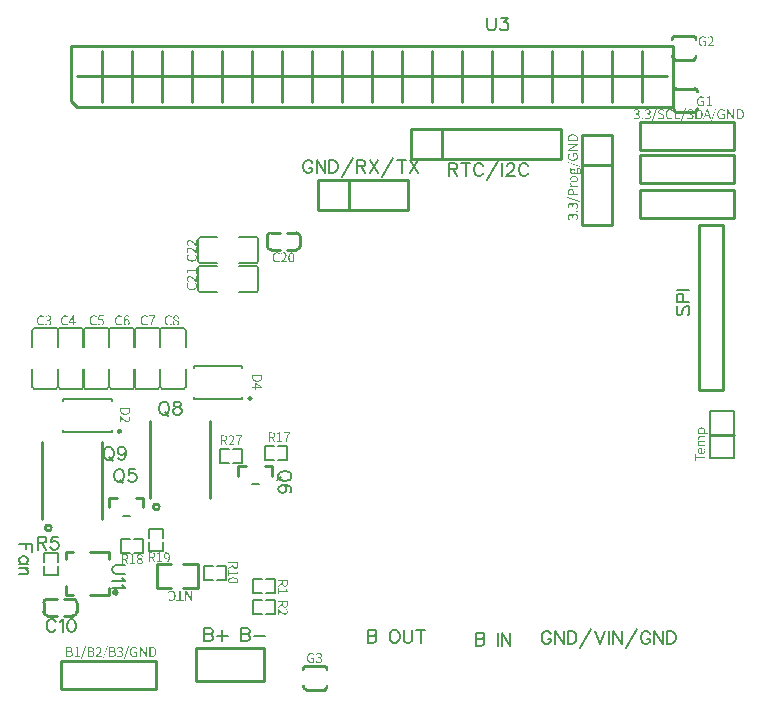
<source format=gto>
G04 Layer: TopSilkLayer*
G04 EasyEDA v6.4.25, 2021-09-19T11:37:02+02:00*
G04 64e9d69745c74d7bbaee3c671462624f,10*
G04 Gerber Generator version 0.2*
G04 Scale: 100 percent, Rotated: No, Reflected: No *
G04 Dimensions in inches *
G04 leading zeros omitted , absolute positions ,3 integer and 6 decimal *
%FSLAX36Y36*%
%MOIN*%

%ADD10C,0.0100*%
%ADD57C,0.0059*%
%ADD58C,0.0080*%
%ADD59C,0.0060*%
%ADD60C,0.0079*%
%ADD61C,0.0079*%
%ADD62C,0.0098*%

%LPD*%
G36*
X-464860Y247900D02*
G01*
X-464860Y244800D01*
X-448760Y244800D01*
X-450280Y242560D01*
X-451640Y240360D01*
X-452860Y238140D01*
X-453920Y235900D01*
X-454840Y233619D01*
X-455640Y231280D01*
X-456300Y228880D01*
X-456860Y226380D01*
X-457660Y221000D01*
X-458060Y215000D01*
X-454260Y215000D01*
X-453880Y221060D01*
X-453200Y226480D01*
X-452700Y229000D01*
X-452060Y231439D01*
X-451300Y233820D01*
X-450340Y236160D01*
X-449200Y238500D01*
X-447860Y240859D01*
X-446280Y243240D01*
X-444460Y245700D01*
X-444460Y247900D01*
G37*
G36*
X-479560Y247900D02*
G01*
X-480920Y247200D01*
X-482460Y246620D01*
X-484200Y246119D01*
X-486160Y245700D01*
X-486160Y243299D01*
X-480360Y243299D01*
X-480360Y218100D01*
X-487760Y218100D01*
X-487760Y215000D01*
X-470060Y215000D01*
X-470060Y218100D01*
X-476760Y218100D01*
X-476760Y247900D01*
G37*
G36*
X-515360Y247900D02*
G01*
X-515360Y244899D01*
X-505860Y244899D01*
X-502360Y244579D01*
X-499780Y243540D01*
X-498200Y241660D01*
X-497660Y238800D01*
X-498200Y235920D01*
X-499780Y233900D01*
X-502360Y232700D01*
X-505860Y232300D01*
X-511659Y232300D01*
X-511659Y244899D01*
X-515360Y244899D01*
X-515360Y215000D01*
X-511659Y215000D01*
X-511659Y229200D01*
X-505460Y229200D01*
X-497260Y215000D01*
X-493060Y215000D01*
X-501560Y229600D01*
X-498440Y230720D01*
X-496040Y232620D01*
X-494500Y235320D01*
X-493960Y238800D01*
X-494180Y241140D01*
X-494799Y243100D01*
X-495800Y244660D01*
X-497160Y245900D01*
X-498820Y246820D01*
X-500760Y247440D01*
X-502960Y247780D01*
X-505360Y247900D01*
G37*
G36*
X-439420Y848540D02*
G01*
X-441640Y848300D01*
X-443620Y847520D01*
X-445340Y846200D01*
X-446800Y844380D01*
X-447960Y842000D01*
X-448820Y839100D01*
X-449340Y835639D01*
X-449520Y831640D01*
X-445920Y831640D01*
X-445800Y835000D01*
X-445460Y837880D01*
X-444900Y840260D01*
X-444140Y842200D01*
X-443200Y843680D01*
X-442080Y844720D01*
X-440820Y845340D01*
X-439420Y845540D01*
X-438020Y845340D01*
X-436760Y844720D01*
X-435640Y843680D01*
X-434700Y842200D01*
X-433940Y840260D01*
X-433380Y837880D01*
X-433040Y835000D01*
X-432920Y831640D01*
X-433040Y828199D01*
X-433380Y825240D01*
X-433940Y822780D01*
X-434700Y820780D01*
X-435640Y819260D01*
X-436760Y818199D01*
X-438020Y817560D01*
X-439420Y817340D01*
X-440820Y817560D01*
X-442080Y818199D01*
X-443200Y819260D01*
X-444140Y820780D01*
X-444900Y822780D01*
X-445460Y825240D01*
X-445800Y828199D01*
X-445920Y831640D01*
X-449520Y831640D01*
X-449340Y827580D01*
X-448820Y824060D01*
X-447960Y821100D01*
X-446800Y818700D01*
X-445340Y816840D01*
X-443620Y815500D01*
X-441640Y814720D01*
X-439420Y814440D01*
X-437200Y814720D01*
X-435220Y815500D01*
X-433500Y816840D01*
X-432040Y818700D01*
X-430880Y821100D01*
X-430020Y824060D01*
X-429500Y827580D01*
X-429320Y831640D01*
X-429500Y835620D01*
X-430020Y839060D01*
X-430880Y841960D01*
X-432040Y844340D01*
X-433500Y846180D01*
X-435220Y847500D01*
X-437200Y848280D01*
G37*
G36*
X-465120Y848540D02*
G01*
X-467960Y848199D01*
X-470439Y847200D01*
X-472620Y845680D01*
X-474620Y843740D01*
X-472520Y841640D01*
X-471000Y843180D01*
X-469320Y844419D01*
X-467480Y845240D01*
X-465520Y845540D01*
X-462720Y845040D01*
X-460760Y843620D01*
X-459600Y841460D01*
X-459219Y838740D01*
X-459320Y837300D01*
X-459620Y835800D01*
X-460120Y834260D01*
X-460820Y832660D01*
X-461740Y831000D01*
X-462879Y829280D01*
X-464240Y827480D01*
X-465820Y825600D01*
X-467620Y823640D01*
X-469640Y821600D01*
X-474420Y817240D01*
X-474420Y815040D01*
X-454020Y815040D01*
X-454020Y818139D01*
X-464820Y818139D01*
X-468920Y817840D01*
X-465120Y821580D01*
X-463420Y823400D01*
X-460480Y826979D01*
X-459240Y828720D01*
X-458160Y830460D01*
X-457260Y832159D01*
X-456560Y833860D01*
X-456040Y835520D01*
X-455720Y837200D01*
X-455620Y838840D01*
X-455780Y840960D01*
X-456280Y842860D01*
X-457080Y844520D01*
X-458160Y845920D01*
X-459520Y847039D01*
X-461140Y847860D01*
X-463020Y848379D01*
G37*
G36*
X-487920Y848540D02*
G01*
X-489940Y848420D01*
X-491860Y848020D01*
X-493680Y847360D01*
X-495340Y846480D01*
X-496860Y845340D01*
X-498240Y843980D01*
X-499420Y842380D01*
X-500439Y840600D01*
X-501240Y838600D01*
X-501820Y836400D01*
X-502200Y834020D01*
X-502320Y831440D01*
X-502200Y828880D01*
X-501840Y826500D01*
X-501260Y824320D01*
X-500460Y822340D01*
X-499460Y820540D01*
X-498300Y818980D01*
X-496940Y817620D01*
X-495439Y816500D01*
X-493800Y815620D01*
X-492020Y814980D01*
X-490120Y814580D01*
X-488120Y814440D01*
X-485160Y814760D01*
X-482520Y815680D01*
X-480180Y817140D01*
X-478120Y819140D01*
X-480220Y821440D01*
X-481880Y819860D01*
X-483700Y818700D01*
X-485740Y817980D01*
X-488020Y817740D01*
X-490300Y818000D01*
X-492360Y818700D01*
X-494159Y819880D01*
X-495680Y821460D01*
X-496880Y823439D01*
X-497780Y825800D01*
X-498340Y828520D01*
X-498519Y831540D01*
X-498320Y834580D01*
X-497760Y837280D01*
X-496840Y839620D01*
X-495600Y841580D01*
X-494060Y843160D01*
X-492239Y844300D01*
X-490140Y845000D01*
X-487819Y845240D01*
X-485820Y845020D01*
X-484000Y844360D01*
X-482400Y843360D01*
X-481019Y842039D01*
X-478920Y844539D01*
X-480560Y846020D01*
X-482640Y847300D01*
X-485100Y848199D01*
G37*
G36*
X-983180Y-464400D02*
G01*
X-997080Y-508000D01*
X-994380Y-508000D01*
X-980480Y-464400D01*
G37*
G36*
X-1054880Y-464400D02*
G01*
X-1068780Y-508000D01*
X-1066080Y-508000D01*
X-1052180Y-464400D01*
G37*
G36*
X-1126580Y-464400D02*
G01*
X-1140480Y-508000D01*
X-1137780Y-508000D01*
X-1123880Y-464400D01*
G37*
G36*
X-962880Y-466500D02*
G01*
X-965000Y-466640D01*
X-967000Y-467040D01*
X-968860Y-467680D01*
X-970600Y-468579D01*
X-972180Y-469700D01*
X-973580Y-471060D01*
X-974800Y-472640D01*
X-975840Y-474420D01*
X-976660Y-476420D01*
X-977280Y-478600D01*
X-977640Y-480959D01*
X-977780Y-483500D01*
X-977640Y-486079D01*
X-977280Y-488480D01*
X-976680Y-490680D01*
X-975879Y-492680D01*
X-974860Y-494480D01*
X-973640Y-496060D01*
X-972260Y-497420D01*
X-970699Y-498540D01*
X-969000Y-499440D01*
X-967140Y-500080D01*
X-965160Y-500460D01*
X-963080Y-500600D01*
X-959940Y-500319D01*
X-957200Y-499520D01*
X-954900Y-498320D01*
X-953080Y-496800D01*
X-953080Y-483100D01*
X-963680Y-483100D01*
X-963680Y-486200D01*
X-956480Y-486200D01*
X-956480Y-495200D01*
X-957700Y-496079D01*
X-959200Y-496740D01*
X-960920Y-497160D01*
X-962780Y-497299D01*
X-965300Y-497060D01*
X-967520Y-496320D01*
X-969440Y-495140D01*
X-971040Y-493540D01*
X-972300Y-491540D01*
X-973220Y-489159D01*
X-973780Y-486440D01*
X-973980Y-483400D01*
X-973760Y-480400D01*
X-973180Y-477740D01*
X-972220Y-475400D01*
X-970920Y-473440D01*
X-969300Y-471880D01*
X-967380Y-470740D01*
X-965200Y-470040D01*
X-962780Y-469799D01*
X-960440Y-470040D01*
X-958480Y-470720D01*
X-956860Y-471700D01*
X-955480Y-472900D01*
X-953480Y-470500D01*
X-955100Y-469040D01*
X-957159Y-467760D01*
X-959720Y-466840D01*
G37*
G36*
X-1010680Y-466500D02*
G01*
X-1013300Y-466780D01*
X-1015680Y-467580D01*
X-1017820Y-468780D01*
X-1019780Y-470300D01*
X-1017680Y-472700D01*
X-1016220Y-471400D01*
X-1014560Y-470379D01*
X-1012740Y-469700D01*
X-1010780Y-469400D01*
X-1008340Y-469840D01*
X-1006520Y-470940D01*
X-1005380Y-472660D01*
X-1004980Y-474900D01*
X-1005460Y-477480D01*
X-1007039Y-479540D01*
X-1009900Y-480900D01*
X-1014280Y-481400D01*
X-1014280Y-484300D01*
X-1011640Y-484420D01*
X-1009440Y-484780D01*
X-1007640Y-485379D01*
X-1006220Y-486160D01*
X-1005160Y-487140D01*
X-1004419Y-488300D01*
X-1004000Y-489640D01*
X-1003880Y-491100D01*
X-1004380Y-493780D01*
X-1005780Y-495800D01*
X-1007960Y-497060D01*
X-1010780Y-497500D01*
X-1013439Y-497180D01*
X-1015639Y-496340D01*
X-1017480Y-495140D01*
X-1019080Y-493700D01*
X-1020980Y-496100D01*
X-1019180Y-497780D01*
X-1016880Y-499219D01*
X-1014020Y-500220D01*
X-1010480Y-500600D01*
X-1008400Y-500439D01*
X-1006460Y-499960D01*
X-1004700Y-499180D01*
X-1003180Y-498120D01*
X-1001919Y-496760D01*
X-1000980Y-495160D01*
X-1000380Y-493300D01*
X-1000180Y-491200D01*
X-1000720Y-488120D01*
X-1002200Y-485660D01*
X-1004440Y-483860D01*
X-1007180Y-482800D01*
X-1007180Y-482600D01*
X-1004780Y-481420D01*
X-1002900Y-479680D01*
X-1001700Y-477420D01*
X-1001280Y-474600D01*
X-1001460Y-472760D01*
X-1001979Y-471140D01*
X-1002820Y-469760D01*
X-1003940Y-468600D01*
X-1005320Y-467700D01*
X-1006919Y-467040D01*
X-1008720Y-466640D01*
G37*
G36*
X-1082580Y-466500D02*
G01*
X-1085420Y-466840D01*
X-1087900Y-467819D01*
X-1090100Y-469320D01*
X-1092180Y-471300D01*
X-1089980Y-473400D01*
X-1088520Y-471840D01*
X-1086840Y-470580D01*
X-1085000Y-469720D01*
X-1082980Y-469400D01*
X-1080180Y-469920D01*
X-1078260Y-471380D01*
X-1077140Y-473540D01*
X-1076780Y-476200D01*
X-1076860Y-477660D01*
X-1077160Y-479180D01*
X-1077660Y-480720D01*
X-1078360Y-482340D01*
X-1079260Y-484000D01*
X-1080400Y-485720D01*
X-1081740Y-487520D01*
X-1083320Y-489400D01*
X-1085120Y-491360D01*
X-1089440Y-495560D01*
X-1091980Y-497800D01*
X-1091980Y-500000D01*
X-1071580Y-500000D01*
X-1071580Y-496800D01*
X-1082300Y-496820D01*
X-1086380Y-497100D01*
X-1082620Y-493400D01*
X-1079400Y-489820D01*
X-1078000Y-488040D01*
X-1076780Y-486300D01*
X-1075700Y-484580D01*
X-1074820Y-482860D01*
X-1074100Y-481160D01*
X-1073600Y-479460D01*
X-1073280Y-477780D01*
X-1073180Y-476100D01*
X-1073340Y-474020D01*
X-1073820Y-472160D01*
X-1074620Y-470520D01*
X-1075700Y-469120D01*
X-1077040Y-468000D01*
X-1078660Y-467180D01*
X-1080500Y-466680D01*
G37*
G36*
X-912780Y-467100D02*
G01*
X-912780Y-470100D01*
X-904980Y-470100D01*
X-902159Y-470319D01*
X-899740Y-471000D01*
X-897700Y-472100D01*
X-896020Y-473600D01*
X-894720Y-475500D01*
X-893800Y-477780D01*
X-893259Y-480420D01*
X-893080Y-483400D01*
X-893259Y-486400D01*
X-893800Y-489060D01*
X-894720Y-491360D01*
X-896020Y-493300D01*
X-897700Y-494840D01*
X-899740Y-495980D01*
X-902159Y-496659D01*
X-904980Y-496900D01*
X-909080Y-496900D01*
X-909080Y-470100D01*
X-912780Y-470100D01*
X-912780Y-500000D01*
X-904580Y-500000D01*
X-902159Y-499880D01*
X-899960Y-499480D01*
X-897960Y-498860D01*
X-896160Y-497980D01*
X-894560Y-496880D01*
X-893180Y-495560D01*
X-891979Y-494020D01*
X-891020Y-492280D01*
X-890260Y-490340D01*
X-889700Y-488200D01*
X-889380Y-485900D01*
X-889280Y-483400D01*
X-889380Y-480900D01*
X-889720Y-478579D01*
X-890260Y-476460D01*
X-891020Y-474560D01*
X-892000Y-472840D01*
X-893180Y-471360D01*
X-894580Y-470080D01*
X-896180Y-469020D01*
X-898000Y-468180D01*
X-900020Y-467580D01*
X-902240Y-467220D01*
X-904680Y-467100D01*
G37*
G36*
X-945080Y-467100D02*
G01*
X-945080Y-500000D01*
X-941580Y-500000D01*
X-941620Y-479400D01*
X-941979Y-471900D01*
X-941780Y-471900D01*
X-938180Y-478700D01*
X-925780Y-500000D01*
X-921979Y-500000D01*
X-921979Y-467100D01*
X-925480Y-467100D01*
X-925440Y-487480D01*
X-925180Y-492640D01*
X-924980Y-495100D01*
X-925280Y-495100D01*
X-928780Y-488400D01*
X-941280Y-467100D01*
G37*
G36*
X-1047080Y-467100D02*
G01*
X-1047080Y-470000D01*
X-1038080Y-470000D01*
X-1034520Y-470300D01*
X-1032000Y-471260D01*
X-1030480Y-473000D01*
X-1029980Y-475600D01*
X-1030440Y-477900D01*
X-1031900Y-479680D01*
X-1034479Y-480800D01*
X-1038280Y-481200D01*
X-1043280Y-481200D01*
X-1043280Y-470000D01*
X-1047080Y-470000D01*
X-1047080Y-484099D01*
X-1037380Y-484099D01*
X-1033379Y-484460D01*
X-1030420Y-485580D01*
X-1028600Y-487480D01*
X-1027980Y-490200D01*
X-1028620Y-493240D01*
X-1030460Y-495360D01*
X-1033420Y-496599D01*
X-1037380Y-497000D01*
X-1043280Y-497000D01*
X-1043280Y-484099D01*
X-1047080Y-484099D01*
X-1047080Y-500000D01*
X-1036780Y-500000D01*
X-1034100Y-499860D01*
X-1031700Y-499400D01*
X-1029560Y-498660D01*
X-1027740Y-497600D01*
X-1026280Y-496240D01*
X-1025180Y-494600D01*
X-1024500Y-492640D01*
X-1024280Y-490400D01*
X-1024780Y-487360D01*
X-1026180Y-485020D01*
X-1028360Y-483360D01*
X-1031180Y-482400D01*
X-1031180Y-482299D01*
X-1029060Y-481180D01*
X-1027520Y-479520D01*
X-1026580Y-477460D01*
X-1026280Y-475100D01*
X-1026480Y-473120D01*
X-1027080Y-471440D01*
X-1028040Y-470060D01*
X-1029360Y-468960D01*
X-1030980Y-468120D01*
X-1032900Y-467540D01*
X-1035060Y-467200D01*
X-1037480Y-467100D01*
G37*
G36*
X-1118780Y-467100D02*
G01*
X-1118780Y-470000D01*
X-1109780Y-470000D01*
X-1106220Y-470300D01*
X-1103700Y-471260D01*
X-1102180Y-473000D01*
X-1101680Y-475600D01*
X-1102120Y-477900D01*
X-1103580Y-479680D01*
X-1106140Y-480800D01*
X-1109980Y-481200D01*
X-1114980Y-481200D01*
X-1114980Y-470000D01*
X-1118780Y-470000D01*
X-1118780Y-484099D01*
X-1109080Y-484099D01*
X-1105080Y-484460D01*
X-1102120Y-485580D01*
X-1100300Y-487480D01*
X-1099680Y-490200D01*
X-1100320Y-493240D01*
X-1102160Y-495360D01*
X-1105120Y-496599D01*
X-1109080Y-497000D01*
X-1114980Y-497000D01*
X-1114980Y-484099D01*
X-1118780Y-484099D01*
X-1118780Y-500000D01*
X-1108480Y-500000D01*
X-1105800Y-499860D01*
X-1103400Y-499400D01*
X-1101260Y-498660D01*
X-1099440Y-497600D01*
X-1097980Y-496240D01*
X-1096880Y-494600D01*
X-1096200Y-492640D01*
X-1095980Y-490400D01*
X-1096480Y-487360D01*
X-1097880Y-485020D01*
X-1100060Y-483360D01*
X-1102880Y-482400D01*
X-1102880Y-482299D01*
X-1100760Y-481180D01*
X-1099220Y-479520D01*
X-1098280Y-477460D01*
X-1097980Y-475100D01*
X-1098180Y-473120D01*
X-1098780Y-471440D01*
X-1099740Y-470060D01*
X-1101060Y-468960D01*
X-1102680Y-468120D01*
X-1104600Y-467540D01*
X-1106760Y-467200D01*
X-1109180Y-467100D01*
G37*
G36*
X-1153380Y-467100D02*
G01*
X-1154780Y-467800D01*
X-1156340Y-468380D01*
X-1158100Y-468880D01*
X-1160080Y-469300D01*
X-1160080Y-471700D01*
X-1154280Y-471700D01*
X-1154280Y-496900D01*
X-1161680Y-496900D01*
X-1161680Y-500000D01*
X-1143980Y-500000D01*
X-1143980Y-496900D01*
X-1150680Y-496900D01*
X-1150680Y-467100D01*
G37*
G36*
X-1190380Y-467100D02*
G01*
X-1190380Y-470000D01*
X-1181380Y-470000D01*
X-1177860Y-470300D01*
X-1175340Y-471260D01*
X-1173800Y-473000D01*
X-1173280Y-475600D01*
X-1173740Y-477900D01*
X-1175220Y-479680D01*
X-1177820Y-480800D01*
X-1181680Y-481200D01*
X-1186680Y-481200D01*
X-1186680Y-470000D01*
X-1190380Y-470000D01*
X-1190380Y-484099D01*
X-1180780Y-484099D01*
X-1176780Y-484460D01*
X-1173820Y-485580D01*
X-1172000Y-487480D01*
X-1171380Y-490200D01*
X-1172020Y-493240D01*
X-1173860Y-495360D01*
X-1176820Y-496599D01*
X-1180780Y-497000D01*
X-1186680Y-497000D01*
X-1186680Y-484099D01*
X-1190380Y-484099D01*
X-1190380Y-500000D01*
X-1180180Y-500000D01*
X-1177500Y-499860D01*
X-1175100Y-499400D01*
X-1172960Y-498660D01*
X-1171140Y-497600D01*
X-1169680Y-496240D01*
X-1168580Y-494600D01*
X-1167900Y-492640D01*
X-1167680Y-490400D01*
X-1168180Y-487360D01*
X-1169580Y-485020D01*
X-1171760Y-483360D01*
X-1174580Y-482400D01*
X-1174580Y-482299D01*
X-1172460Y-481180D01*
X-1170920Y-479520D01*
X-1169980Y-477460D01*
X-1169680Y-475100D01*
X-1169880Y-473120D01*
X-1170480Y-471440D01*
X-1171440Y-470060D01*
X-1172760Y-468960D01*
X-1174380Y-468120D01*
X-1176300Y-467540D01*
X-1178460Y-467200D01*
X-1180880Y-467100D01*
G37*
G36*
X927420Y264800D02*
G01*
X924740Y264640D01*
X922320Y264180D01*
X920200Y263420D01*
X918420Y262360D01*
X916979Y260980D01*
X915920Y259320D01*
X915260Y257360D01*
X915020Y255100D01*
X915134Y254300D01*
X918120Y254300D01*
X918820Y257380D01*
X920759Y259440D01*
X923740Y260620D01*
X927520Y261000D01*
X929700Y260859D01*
X931640Y260460D01*
X933340Y259800D01*
X934760Y258920D01*
X935900Y257860D01*
X936740Y256620D01*
X937260Y255219D01*
X937420Y253700D01*
X937300Y252340D01*
X936880Y250820D01*
X936080Y249200D01*
X934820Y247500D01*
X921720Y247500D01*
X920200Y249280D01*
X919060Y251020D01*
X918360Y252680D01*
X918120Y254300D01*
X915134Y254300D01*
X915320Y253000D01*
X916100Y250980D01*
X917220Y249060D01*
X918520Y247300D01*
X918520Y247200D01*
X915720Y246800D01*
X915720Y243800D01*
X950420Y243800D01*
X950420Y247500D01*
X942020Y247500D01*
X937720Y247399D01*
X938940Y249120D01*
X939860Y250840D01*
X940420Y252540D01*
X940620Y254200D01*
X940400Y256260D01*
X939740Y258220D01*
X938640Y260020D01*
X937140Y261600D01*
X935260Y262920D01*
X933000Y263940D01*
X930380Y264580D01*
G37*
G36*
X924520Y235700D02*
G01*
X922340Y235580D01*
X920420Y235240D01*
X918800Y234680D01*
X917460Y233880D01*
X916400Y232840D01*
X915639Y231560D01*
X915180Y230060D01*
X915020Y228299D01*
X915380Y226180D01*
X916380Y224140D01*
X917900Y222160D01*
X919820Y220200D01*
X917860Y219300D01*
X916340Y217940D01*
X915380Y216020D01*
X915020Y213500D01*
X915360Y211439D01*
X916280Y209480D01*
X917640Y207620D01*
X919320Y205900D01*
X919320Y205799D01*
X915720Y205400D01*
X915720Y202500D01*
X940020Y202500D01*
X940020Y206100D01*
X922220Y206100D01*
X920460Y207800D01*
X919220Y209460D01*
X918480Y211020D01*
X918220Y212500D01*
X918640Y214579D01*
X919860Y216060D01*
X921979Y216920D01*
X925020Y217200D01*
X940020Y217200D01*
X940020Y220900D01*
X922220Y220900D01*
X920460Y222580D01*
X919220Y224220D01*
X918480Y225780D01*
X918220Y227300D01*
X918640Y229380D01*
X919860Y230859D01*
X921979Y231720D01*
X925020Y232000D01*
X940020Y232000D01*
X940020Y235700D01*
G37*
G36*
X926420Y196300D02*
G01*
X923920Y196140D01*
X921700Y195660D01*
X919740Y194880D01*
X918100Y193780D01*
X916800Y192420D01*
X915819Y190780D01*
X915240Y188860D01*
X915030Y186800D01*
X918020Y186800D01*
X918540Y189420D01*
X920060Y191420D01*
X922540Y192659D01*
X925920Y193100D01*
X925920Y179500D01*
X922580Y180340D01*
X920100Y181980D01*
X918560Y184220D01*
X918020Y186800D01*
X915030Y186800D01*
X915260Y184620D01*
X915920Y182640D01*
X917000Y180820D01*
X918460Y179200D01*
X920300Y177840D01*
X922500Y176800D01*
X925020Y176140D01*
X927820Y175900D01*
X930680Y176140D01*
X933199Y176800D01*
X935400Y177860D01*
X937220Y179259D01*
X938680Y180940D01*
X939760Y182900D01*
X940400Y185060D01*
X940620Y187399D01*
X940420Y189780D01*
X939860Y191860D01*
X939060Y193700D01*
X938120Y195400D01*
X935720Y194000D01*
X936540Y192600D01*
X937120Y191119D01*
X937500Y189520D01*
X937620Y187800D01*
X937460Y186080D01*
X936979Y184500D01*
X936200Y183120D01*
X935160Y181920D01*
X933840Y180940D01*
X932320Y180200D01*
X930560Y179720D01*
X928620Y179500D01*
X928620Y196100D01*
X927600Y196280D01*
G37*
G36*
X907020Y175300D02*
G01*
X907020Y151400D01*
X910220Y151400D01*
X910220Y161500D01*
X940020Y161500D01*
X940020Y165300D01*
X910220Y165300D01*
X910220Y175300D01*
G37*
G36*
X-484780Y-244579D02*
G01*
X-484780Y-248280D01*
X-454880Y-248280D01*
X-454880Y-254080D01*
X-455200Y-257600D01*
X-456240Y-260159D01*
X-458120Y-261740D01*
X-460980Y-262280D01*
X-463900Y-261740D01*
X-465959Y-260159D01*
X-467180Y-257600D01*
X-467580Y-254080D01*
X-467580Y-248280D01*
X-470580Y-248280D01*
X-470580Y-254480D01*
X-484780Y-262680D01*
X-484780Y-266880D01*
X-470280Y-258380D01*
X-469099Y-261560D01*
X-467160Y-264000D01*
X-464480Y-265540D01*
X-460980Y-266080D01*
X-458660Y-265860D01*
X-456740Y-265240D01*
X-455160Y-264240D01*
X-453920Y-262900D01*
X-453000Y-261240D01*
X-452360Y-259280D01*
X-452000Y-257100D01*
X-451880Y-254680D01*
X-451880Y-244579D01*
G37*
G36*
X-484780Y-272180D02*
G01*
X-484780Y-289980D01*
X-481780Y-289980D01*
X-481780Y-283280D01*
X-451880Y-283280D01*
X-451880Y-280480D01*
X-452600Y-279120D01*
X-453220Y-277580D01*
X-453760Y-275820D01*
X-454180Y-273780D01*
X-456480Y-273780D01*
X-456480Y-279580D01*
X-481780Y-279580D01*
X-481780Y-272180D01*
G37*
G36*
X-484780Y-314580D02*
G01*
X-484780Y-318280D01*
X-454880Y-318280D01*
X-454880Y-324080D01*
X-455200Y-327600D01*
X-456240Y-330160D01*
X-458120Y-331740D01*
X-460980Y-332280D01*
X-463900Y-331740D01*
X-465959Y-330160D01*
X-467180Y-327600D01*
X-467580Y-324080D01*
X-467580Y-318280D01*
X-470580Y-318280D01*
X-470580Y-324480D01*
X-484780Y-332680D01*
X-484780Y-336880D01*
X-470280Y-328380D01*
X-469099Y-331560D01*
X-467160Y-334000D01*
X-464480Y-335540D01*
X-460980Y-336079D01*
X-458660Y-335860D01*
X-456740Y-335240D01*
X-455160Y-334240D01*
X-453920Y-332900D01*
X-453000Y-331240D01*
X-452360Y-329280D01*
X-452000Y-327100D01*
X-451880Y-324680D01*
X-451880Y-314580D01*
G37*
G36*
X-456079Y-339980D02*
G01*
X-458180Y-342180D01*
X-456640Y-343700D01*
X-455400Y-345379D01*
X-454580Y-347220D01*
X-454280Y-349180D01*
X-454799Y-351980D01*
X-456220Y-353940D01*
X-458380Y-355100D01*
X-461079Y-355480D01*
X-462520Y-355379D01*
X-464020Y-355080D01*
X-465560Y-354580D01*
X-467160Y-353880D01*
X-468820Y-352960D01*
X-470560Y-351820D01*
X-472360Y-350460D01*
X-476180Y-347080D01*
X-478220Y-345060D01*
X-482580Y-340280D01*
X-484780Y-340280D01*
X-484780Y-360580D01*
X-481680Y-360580D01*
X-481700Y-349880D01*
X-481980Y-345780D01*
X-478240Y-349580D01*
X-476420Y-351280D01*
X-472860Y-354219D01*
X-471100Y-355460D01*
X-469380Y-356540D01*
X-467660Y-357440D01*
X-465980Y-358140D01*
X-464300Y-358660D01*
X-462640Y-358980D01*
X-460980Y-359080D01*
X-458860Y-358920D01*
X-456980Y-358420D01*
X-455319Y-357620D01*
X-453920Y-356540D01*
X-452800Y-355180D01*
X-451960Y-353560D01*
X-451460Y-351680D01*
X-451280Y-349580D01*
X-451640Y-346740D01*
X-452620Y-344260D01*
X-454140Y-342040D01*
G37*
G36*
X-650000Y-184579D02*
G01*
X-650000Y-188380D01*
X-620100Y-188380D01*
X-620100Y-194080D01*
X-620420Y-197580D01*
X-621460Y-200159D01*
X-623340Y-201740D01*
X-626200Y-202280D01*
X-629080Y-201740D01*
X-631100Y-200159D01*
X-632300Y-197580D01*
X-632700Y-194080D01*
X-632700Y-188380D01*
X-635800Y-188380D01*
X-635800Y-194480D01*
X-650000Y-202780D01*
X-650000Y-206880D01*
X-635400Y-198380D01*
X-634280Y-201560D01*
X-632380Y-203980D01*
X-629700Y-205520D01*
X-626200Y-206080D01*
X-623860Y-205859D01*
X-621900Y-205240D01*
X-620340Y-204240D01*
X-619100Y-202880D01*
X-618180Y-201220D01*
X-617560Y-199280D01*
X-617220Y-197079D01*
X-617100Y-194680D01*
X-617100Y-184579D01*
G37*
G36*
X-650000Y-212180D02*
G01*
X-650000Y-229980D01*
X-646900Y-229980D01*
X-646900Y-223280D01*
X-617100Y-223280D01*
X-617100Y-220479D01*
X-617800Y-219120D01*
X-618380Y-217580D01*
X-618880Y-215799D01*
X-619300Y-213780D01*
X-621700Y-213780D01*
X-621700Y-219579D01*
X-646900Y-219579D01*
X-646900Y-212180D01*
G37*
G36*
X-633400Y-235180D02*
G01*
X-637440Y-235360D01*
X-640939Y-235880D01*
X-643900Y-236740D01*
X-646320Y-237900D01*
X-648199Y-239360D01*
X-649520Y-241080D01*
X-650340Y-243060D01*
X-650600Y-245280D01*
X-647600Y-245280D01*
X-647400Y-243880D01*
X-646760Y-242620D01*
X-645699Y-241500D01*
X-644180Y-240560D01*
X-642200Y-239800D01*
X-639760Y-239240D01*
X-636820Y-238900D01*
X-633400Y-238780D01*
X-630040Y-238900D01*
X-627160Y-239240D01*
X-624760Y-239800D01*
X-622800Y-240560D01*
X-621300Y-241500D01*
X-620240Y-242620D01*
X-619600Y-243880D01*
X-619400Y-245280D01*
X-619600Y-246680D01*
X-620240Y-247940D01*
X-621300Y-249040D01*
X-622800Y-249980D01*
X-624760Y-250740D01*
X-627160Y-251300D01*
X-630040Y-251660D01*
X-633400Y-251780D01*
X-636820Y-251660D01*
X-639760Y-251300D01*
X-642200Y-250740D01*
X-644180Y-249980D01*
X-645699Y-249040D01*
X-646760Y-247940D01*
X-647400Y-246680D01*
X-647600Y-245280D01*
X-650600Y-245280D01*
X-650340Y-247480D01*
X-649520Y-249460D01*
X-648199Y-251200D01*
X-646320Y-252640D01*
X-643900Y-253820D01*
X-640939Y-254660D01*
X-637440Y-255200D01*
X-633400Y-255380D01*
X-629400Y-255200D01*
X-625960Y-254660D01*
X-623040Y-253820D01*
X-620680Y-252640D01*
X-618840Y-251200D01*
X-617540Y-249460D01*
X-616760Y-247480D01*
X-616500Y-245280D01*
X-616760Y-243060D01*
X-617540Y-241080D01*
X-618840Y-239360D01*
X-620680Y-237900D01*
X-623040Y-236740D01*
X-625960Y-235880D01*
X-629400Y-235360D01*
G37*
G36*
X-1249780Y638500D02*
G01*
X-1252460Y638220D01*
X-1254840Y637420D01*
X-1256980Y636220D01*
X-1258880Y634700D01*
X-1256880Y632300D01*
X-1255420Y633600D01*
X-1253760Y634620D01*
X-1251940Y635300D01*
X-1249980Y635600D01*
X-1247540Y635160D01*
X-1245720Y634060D01*
X-1244580Y632340D01*
X-1244180Y630100D01*
X-1244660Y627520D01*
X-1246240Y625460D01*
X-1249100Y624100D01*
X-1253480Y623600D01*
X-1253480Y620700D01*
X-1250800Y620580D01*
X-1248580Y620220D01*
X-1246760Y619620D01*
X-1245340Y618840D01*
X-1244260Y617860D01*
X-1243520Y616700D01*
X-1243100Y615360D01*
X-1242980Y613900D01*
X-1243480Y611220D01*
X-1244920Y609200D01*
X-1247100Y607940D01*
X-1249880Y607500D01*
X-1252540Y607820D01*
X-1254780Y608660D01*
X-1256660Y609860D01*
X-1258280Y611300D01*
X-1260080Y608900D01*
X-1258280Y607220D01*
X-1256000Y605780D01*
X-1253160Y604780D01*
X-1249680Y604400D01*
X-1247560Y604560D01*
X-1245620Y605040D01*
X-1243860Y605820D01*
X-1242340Y606880D01*
X-1241100Y608240D01*
X-1240160Y609840D01*
X-1239580Y611700D01*
X-1239380Y613800D01*
X-1239920Y616880D01*
X-1241400Y619340D01*
X-1243640Y621140D01*
X-1246380Y622200D01*
X-1246380Y622400D01*
X-1243980Y623580D01*
X-1242100Y625320D01*
X-1240900Y627580D01*
X-1240480Y630400D01*
X-1240640Y632240D01*
X-1241160Y633860D01*
X-1241980Y635240D01*
X-1243100Y636400D01*
X-1244460Y637300D01*
X-1246040Y637960D01*
X-1247820Y638360D01*
G37*
G36*
X-1272880Y638500D02*
G01*
X-1274920Y638360D01*
X-1276860Y637960D01*
X-1278680Y637320D01*
X-1280360Y636420D01*
X-1281900Y635300D01*
X-1283280Y633940D01*
X-1284460Y632360D01*
X-1285480Y630580D01*
X-1286279Y628580D01*
X-1286879Y626400D01*
X-1287240Y624040D01*
X-1287380Y621500D01*
X-1287240Y618920D01*
X-1286879Y616520D01*
X-1286300Y614320D01*
X-1285480Y612320D01*
X-1284500Y610520D01*
X-1283300Y608940D01*
X-1281960Y607580D01*
X-1280460Y606460D01*
X-1278800Y605560D01*
X-1277040Y604920D01*
X-1275160Y604540D01*
X-1273180Y604400D01*
X-1270140Y604720D01*
X-1267500Y605620D01*
X-1265180Y607100D01*
X-1263180Y609100D01*
X-1265180Y611500D01*
X-1266860Y609900D01*
X-1268700Y608700D01*
X-1270720Y607960D01*
X-1272980Y607700D01*
X-1275280Y607940D01*
X-1277360Y608680D01*
X-1279140Y609860D01*
X-1280660Y611460D01*
X-1281860Y613460D01*
X-1282740Y615840D01*
X-1283280Y618560D01*
X-1283480Y621600D01*
X-1283280Y624600D01*
X-1282720Y627260D01*
X-1281800Y629600D01*
X-1280580Y631560D01*
X-1279040Y633120D01*
X-1277220Y634260D01*
X-1275160Y634960D01*
X-1272880Y635200D01*
X-1270820Y634980D01*
X-1269000Y634360D01*
X-1267400Y633380D01*
X-1265980Y632100D01*
X-1263980Y634500D01*
X-1265600Y636020D01*
X-1267640Y637280D01*
X-1270060Y638180D01*
G37*
G36*
X-758100Y795000D02*
G01*
X-758100Y788300D01*
X-787900Y788300D01*
X-787900Y785500D01*
X-787200Y784140D01*
X-786620Y782600D01*
X-786120Y780840D01*
X-785699Y778800D01*
X-783300Y778800D01*
X-783300Y784599D01*
X-758100Y784599D01*
X-758100Y777200D01*
X-755000Y777200D01*
X-755000Y795000D01*
G37*
G36*
X-758199Y770900D02*
G01*
X-758180Y760180D01*
X-757900Y756100D01*
X-761600Y759860D01*
X-763400Y761560D01*
X-765180Y763100D01*
X-766960Y764500D01*
X-768700Y765740D01*
X-770420Y766820D01*
X-772140Y767720D01*
X-773840Y768439D01*
X-775540Y768980D01*
X-777220Y769300D01*
X-778900Y769400D01*
X-780980Y769240D01*
X-782840Y768740D01*
X-784479Y767940D01*
X-785879Y766860D01*
X-787000Y765500D01*
X-787820Y763880D01*
X-788319Y762000D01*
X-788500Y759900D01*
X-788160Y757060D01*
X-787180Y754580D01*
X-785680Y752360D01*
X-783700Y750300D01*
X-781600Y752500D01*
X-783160Y754020D01*
X-784419Y755699D01*
X-785280Y757540D01*
X-785600Y759500D01*
X-785080Y762300D01*
X-783620Y764260D01*
X-781460Y765420D01*
X-778800Y765800D01*
X-777340Y765699D01*
X-775819Y765400D01*
X-774280Y764900D01*
X-772660Y764200D01*
X-771000Y763280D01*
X-769280Y762140D01*
X-767480Y760780D01*
X-765600Y759200D01*
X-763640Y757400D01*
X-759440Y753100D01*
X-757200Y750600D01*
X-755000Y750600D01*
X-755000Y770900D01*
G37*
G36*
X-759100Y746900D02*
G01*
X-761500Y744800D01*
X-759900Y743100D01*
X-758700Y741280D01*
X-757960Y739260D01*
X-757700Y737000D01*
X-757940Y734680D01*
X-758680Y732620D01*
X-759860Y730819D01*
X-761460Y729320D01*
X-763460Y728100D01*
X-765840Y727220D01*
X-768560Y726680D01*
X-771600Y726500D01*
X-774599Y726700D01*
X-777260Y727260D01*
X-779599Y728160D01*
X-781560Y729400D01*
X-783120Y730939D01*
X-784260Y732740D01*
X-784960Y734800D01*
X-785200Y737099D01*
X-784980Y739160D01*
X-784360Y741000D01*
X-783379Y742620D01*
X-782099Y744000D01*
X-784500Y746100D01*
X-786020Y744460D01*
X-787280Y742380D01*
X-788180Y739920D01*
X-788500Y737099D01*
X-788360Y735080D01*
X-787960Y733160D01*
X-787320Y731340D01*
X-786420Y729680D01*
X-785300Y728160D01*
X-783940Y726780D01*
X-782360Y725600D01*
X-780580Y724580D01*
X-778580Y723780D01*
X-776400Y723199D01*
X-774040Y722820D01*
X-771500Y722700D01*
X-768920Y722820D01*
X-766520Y723180D01*
X-764320Y723760D01*
X-762320Y724560D01*
X-760520Y725540D01*
X-758940Y726720D01*
X-757580Y728060D01*
X-756460Y729539D01*
X-755560Y731180D01*
X-754920Y732940D01*
X-754539Y734820D01*
X-754400Y736800D01*
X-754720Y739820D01*
X-755620Y742480D01*
X-757099Y744820D01*
G37*
G36*
X-758199Y890600D02*
G01*
X-758180Y879900D01*
X-757900Y875800D01*
X-761600Y879599D01*
X-763400Y881300D01*
X-765180Y882840D01*
X-766960Y884240D01*
X-768700Y885480D01*
X-770420Y886560D01*
X-772140Y887460D01*
X-773840Y888160D01*
X-775540Y888680D01*
X-777220Y889000D01*
X-778900Y889100D01*
X-780980Y888940D01*
X-782840Y888439D01*
X-784479Y887640D01*
X-785879Y886560D01*
X-787000Y885200D01*
X-787820Y883580D01*
X-788319Y881700D01*
X-788500Y879599D01*
X-788160Y876760D01*
X-787180Y874280D01*
X-785680Y872060D01*
X-783700Y870000D01*
X-781600Y872200D01*
X-783160Y873720D01*
X-784419Y875400D01*
X-785280Y877240D01*
X-785600Y879200D01*
X-785080Y882000D01*
X-783620Y883960D01*
X-781460Y885120D01*
X-778800Y885500D01*
X-777340Y885400D01*
X-775819Y885100D01*
X-774280Y884599D01*
X-772660Y883900D01*
X-771000Y882980D01*
X-769280Y881840D01*
X-767480Y880480D01*
X-765600Y878900D01*
X-763640Y877099D01*
X-759440Y872800D01*
X-757200Y870300D01*
X-755000Y870300D01*
X-755000Y890600D01*
G37*
G36*
X-758199Y865900D02*
G01*
X-758180Y855180D01*
X-757900Y851100D01*
X-761600Y854860D01*
X-763400Y856560D01*
X-765180Y858100D01*
X-766960Y859500D01*
X-768700Y860740D01*
X-770420Y861820D01*
X-772140Y862720D01*
X-773840Y863439D01*
X-775540Y863980D01*
X-777220Y864300D01*
X-778900Y864400D01*
X-780980Y864240D01*
X-782840Y863740D01*
X-784479Y862940D01*
X-785879Y861860D01*
X-787000Y860500D01*
X-787820Y858880D01*
X-788319Y857000D01*
X-788500Y854900D01*
X-788160Y852060D01*
X-787180Y849580D01*
X-785680Y847360D01*
X-783700Y845300D01*
X-781600Y847500D01*
X-783160Y849020D01*
X-784419Y850699D01*
X-785280Y852540D01*
X-785600Y854500D01*
X-785080Y857300D01*
X-783620Y859260D01*
X-781460Y860420D01*
X-778800Y860800D01*
X-777340Y860699D01*
X-775819Y860400D01*
X-774280Y859900D01*
X-772660Y859200D01*
X-771000Y858280D01*
X-769280Y857140D01*
X-767480Y855780D01*
X-765600Y854200D01*
X-763640Y852400D01*
X-759440Y848100D01*
X-757200Y845600D01*
X-755000Y845600D01*
X-755000Y865900D01*
G37*
G36*
X-759100Y841900D02*
G01*
X-761500Y839800D01*
X-759900Y838100D01*
X-758700Y836280D01*
X-757960Y834260D01*
X-757700Y832000D01*
X-757940Y829680D01*
X-758680Y827620D01*
X-759860Y825819D01*
X-761460Y824320D01*
X-763460Y823100D01*
X-765840Y822220D01*
X-768560Y821680D01*
X-771600Y821500D01*
X-774599Y821700D01*
X-777260Y822260D01*
X-779599Y823160D01*
X-781560Y824400D01*
X-783120Y825939D01*
X-784260Y827740D01*
X-784960Y829800D01*
X-785200Y832099D01*
X-784980Y834160D01*
X-784360Y836000D01*
X-783379Y837620D01*
X-782099Y839000D01*
X-784500Y841100D01*
X-786020Y839460D01*
X-787280Y837380D01*
X-788180Y834920D01*
X-788500Y832099D01*
X-788360Y830080D01*
X-787960Y828160D01*
X-787320Y826340D01*
X-786420Y824680D01*
X-785300Y823160D01*
X-783940Y821780D01*
X-782360Y820600D01*
X-780580Y819580D01*
X-778580Y818780D01*
X-776400Y818199D01*
X-774040Y817820D01*
X-771500Y817700D01*
X-768920Y817820D01*
X-766520Y818180D01*
X-764320Y818760D01*
X-762320Y819560D01*
X-760520Y820540D01*
X-758940Y821720D01*
X-757580Y823060D01*
X-756460Y824539D01*
X-755560Y826180D01*
X-754920Y827940D01*
X-754539Y829820D01*
X-754400Y831800D01*
X-754720Y834820D01*
X-755620Y837480D01*
X-757099Y839820D01*
G37*
G36*
X-1010020Y330400D02*
G01*
X-1010020Y326700D01*
X-980120Y326700D01*
X-980120Y322600D01*
X-980360Y319800D01*
X-981020Y317360D01*
X-982120Y315320D01*
X-983620Y313660D01*
X-985520Y312360D01*
X-987800Y311440D01*
X-990440Y310880D01*
X-993420Y310700D01*
X-996420Y310880D01*
X-999080Y311440D01*
X-1001400Y312360D01*
X-1003319Y313660D01*
X-1004880Y315320D01*
X-1006000Y317360D01*
X-1006700Y319800D01*
X-1006919Y322600D01*
X-1006919Y326700D01*
X-1010020Y326700D01*
X-1010020Y322200D01*
X-1009900Y319800D01*
X-1009520Y317600D01*
X-1008880Y315600D01*
X-1008020Y313780D01*
X-1006919Y312200D01*
X-1005600Y310800D01*
X-1004060Y309620D01*
X-1002320Y308640D01*
X-1000360Y307880D01*
X-998240Y307340D01*
X-995920Y307020D01*
X-993420Y306900D01*
X-990920Y307020D01*
X-988600Y307340D01*
X-986480Y307880D01*
X-984560Y308640D01*
X-982840Y309620D01*
X-981320Y310820D01*
X-980040Y312220D01*
X-978960Y313820D01*
X-978120Y315640D01*
X-977520Y317660D01*
X-977159Y319880D01*
X-977020Y322299D01*
X-977020Y330400D01*
G37*
G36*
X-981320Y302500D02*
G01*
X-983319Y300300D01*
X-981800Y298780D01*
X-980560Y297100D01*
X-979720Y295260D01*
X-979419Y293300D01*
X-979940Y290500D01*
X-981360Y288540D01*
X-983520Y287380D01*
X-986220Y287000D01*
X-987680Y287100D01*
X-989160Y287400D01*
X-990720Y287900D01*
X-992320Y288600D01*
X-993980Y289520D01*
X-995720Y290660D01*
X-997520Y292020D01*
X-1001380Y295400D01*
X-1003439Y297420D01*
X-1007820Y302200D01*
X-1010020Y302200D01*
X-1010020Y281900D01*
X-1006820Y281900D01*
X-1006840Y292600D01*
X-1007120Y296700D01*
X-1003400Y292900D01*
X-999780Y289660D01*
X-998000Y288260D01*
X-996260Y287020D01*
X-994520Y285940D01*
X-992820Y285040D01*
X-991120Y284340D01*
X-989440Y283820D01*
X-987780Y283500D01*
X-986120Y283400D01*
X-984020Y283560D01*
X-982120Y284060D01*
X-980460Y284860D01*
X-979060Y285940D01*
X-977940Y287300D01*
X-977120Y288920D01*
X-976600Y290800D01*
X-976420Y292900D01*
X-976780Y295740D01*
X-977800Y298220D01*
X-979340Y300440D01*
G37*
G36*
X-570020Y440400D02*
G01*
X-570020Y436700D01*
X-540120Y436700D01*
X-540120Y432600D01*
X-540360Y429799D01*
X-541020Y427360D01*
X-542120Y425319D01*
X-543620Y423660D01*
X-545520Y422360D01*
X-547800Y421440D01*
X-550440Y420880D01*
X-553420Y420700D01*
X-556420Y420880D01*
X-559080Y421440D01*
X-561400Y422360D01*
X-563320Y423660D01*
X-564880Y425319D01*
X-566000Y427360D01*
X-566700Y429799D01*
X-566920Y432600D01*
X-566920Y436700D01*
X-570020Y436700D01*
X-570020Y432200D01*
X-569900Y429799D01*
X-569520Y427600D01*
X-568880Y425600D01*
X-568020Y423780D01*
X-566920Y422200D01*
X-565600Y420800D01*
X-564060Y419620D01*
X-562320Y418640D01*
X-560360Y417879D01*
X-558240Y417340D01*
X-555920Y417020D01*
X-553420Y416900D01*
X-550920Y417020D01*
X-548600Y417340D01*
X-546480Y417879D01*
X-544560Y418640D01*
X-542840Y419620D01*
X-541320Y420820D01*
X-540040Y422220D01*
X-538960Y423820D01*
X-538120Y425640D01*
X-537520Y427660D01*
X-537160Y429880D01*
X-537020Y432299D01*
X-537020Y440400D01*
G37*
G36*
X-560820Y413400D02*
G01*
X-560820Y409500D01*
X-557920Y409500D01*
X-546120Y401500D01*
X-541320Y398900D01*
X-541320Y398700D01*
X-547220Y399000D01*
X-557920Y399000D01*
X-557920Y409500D01*
X-560820Y409500D01*
X-560820Y399000D01*
X-570020Y399000D01*
X-570020Y395500D01*
X-560820Y395500D01*
X-560820Y391000D01*
X-557920Y391000D01*
X-557920Y395500D01*
X-537020Y395500D01*
X-537020Y399400D01*
X-558420Y413400D01*
G37*
G36*
X-1192860Y638500D02*
G01*
X-1194920Y638360D01*
X-1196860Y637960D01*
X-1198680Y637320D01*
X-1200360Y636420D01*
X-1201900Y635300D01*
X-1203260Y633940D01*
X-1204460Y632360D01*
X-1205480Y630580D01*
X-1206280Y628580D01*
X-1206880Y626400D01*
X-1207240Y624040D01*
X-1207380Y621500D01*
X-1207240Y618920D01*
X-1206880Y616520D01*
X-1206300Y614320D01*
X-1205480Y612320D01*
X-1204480Y610520D01*
X-1203300Y608940D01*
X-1201960Y607580D01*
X-1200460Y606460D01*
X-1198800Y605560D01*
X-1197040Y604920D01*
X-1195160Y604540D01*
X-1193160Y604400D01*
X-1190140Y604720D01*
X-1187500Y605620D01*
X-1185180Y607100D01*
X-1183160Y609100D01*
X-1185160Y611500D01*
X-1186860Y609900D01*
X-1188700Y608700D01*
X-1190720Y607960D01*
X-1192980Y607700D01*
X-1195280Y607940D01*
X-1197360Y608680D01*
X-1199140Y609860D01*
X-1200660Y611460D01*
X-1201860Y613460D01*
X-1202740Y615840D01*
X-1203280Y618560D01*
X-1203480Y621600D01*
X-1203280Y624600D01*
X-1202720Y627260D01*
X-1201800Y629600D01*
X-1200560Y631560D01*
X-1199040Y633120D01*
X-1197220Y634260D01*
X-1195160Y634960D01*
X-1192860Y635200D01*
X-1190820Y634980D01*
X-1189000Y634360D01*
X-1187400Y633380D01*
X-1185980Y632100D01*
X-1183960Y634500D01*
X-1185600Y636020D01*
X-1187640Y637280D01*
X-1190060Y638180D01*
G37*
G36*
X-1166580Y637900D02*
G01*
X-1180251Y617100D01*
X-1176660Y617100D01*
X-1168760Y628900D01*
X-1166180Y633700D01*
X-1165860Y633700D01*
X-1166100Y630720D01*
X-1166180Y627800D01*
X-1166180Y617100D01*
X-1180251Y617100D01*
X-1180580Y616600D01*
X-1180580Y614200D01*
X-1166180Y614200D01*
X-1166180Y605000D01*
X-1162660Y605000D01*
X-1162660Y614200D01*
X-1158160Y614200D01*
X-1158160Y617100D01*
X-1162660Y617100D01*
X-1162660Y637900D01*
G37*
G36*
X-1097920Y638560D02*
G01*
X-1099940Y638420D01*
X-1101860Y638020D01*
X-1103680Y637360D01*
X-1105340Y636480D01*
X-1106860Y635340D01*
X-1108240Y633980D01*
X-1109420Y632400D01*
X-1110440Y630600D01*
X-1111240Y628600D01*
X-1111820Y626400D01*
X-1112200Y624020D01*
X-1112320Y621440D01*
X-1112200Y618880D01*
X-1111840Y616520D01*
X-1111260Y614320D01*
X-1110460Y612340D01*
X-1109480Y610540D01*
X-1108300Y608980D01*
X-1106960Y607620D01*
X-1105480Y606500D01*
X-1103840Y605620D01*
X-1102080Y604980D01*
X-1100200Y604580D01*
X-1098220Y604460D01*
X-1095200Y604760D01*
X-1092540Y605680D01*
X-1090200Y607160D01*
X-1088120Y609140D01*
X-1090220Y611440D01*
X-1091880Y609860D01*
X-1093700Y608700D01*
X-1095740Y608000D01*
X-1098020Y607760D01*
X-1100340Y608000D01*
X-1102400Y608720D01*
X-1104200Y609880D01*
X-1105700Y611460D01*
X-1106920Y613440D01*
X-1107800Y615800D01*
X-1108340Y618520D01*
X-1108520Y621560D01*
X-1108320Y624580D01*
X-1107760Y627280D01*
X-1106840Y629620D01*
X-1105600Y631580D01*
X-1104060Y633160D01*
X-1102240Y634300D01*
X-1100140Y635000D01*
X-1097820Y635260D01*
X-1095820Y635020D01*
X-1094000Y634360D01*
X-1092400Y633360D01*
X-1091020Y632040D01*
X-1088920Y634540D01*
X-1090560Y636020D01*
X-1092640Y637300D01*
X-1095100Y638200D01*
G37*
G36*
X-1081520Y637960D02*
G01*
X-1082520Y622640D01*
X-1080520Y621360D01*
X-1079160Y622220D01*
X-1077860Y622840D01*
X-1076500Y623220D01*
X-1074920Y623360D01*
X-1072060Y622820D01*
X-1069840Y621280D01*
X-1068420Y618840D01*
X-1067920Y615540D01*
X-1068500Y612220D01*
X-1070060Y609660D01*
X-1072340Y608020D01*
X-1075120Y607440D01*
X-1077800Y607760D01*
X-1080000Y608600D01*
X-1081820Y609820D01*
X-1083320Y611260D01*
X-1085220Y608760D01*
X-1083380Y607160D01*
X-1081100Y605780D01*
X-1078280Y604820D01*
X-1074820Y604460D01*
X-1072780Y604640D01*
X-1070840Y605200D01*
X-1069040Y606120D01*
X-1067460Y607380D01*
X-1066120Y608980D01*
X-1065100Y610900D01*
X-1064440Y613140D01*
X-1064220Y615660D01*
X-1064420Y618200D01*
X-1065000Y620380D01*
X-1065900Y622180D01*
X-1067100Y623640D01*
X-1068540Y624760D01*
X-1070220Y625540D01*
X-1072040Y626000D01*
X-1074020Y626140D01*
X-1075500Y626060D01*
X-1076800Y625800D01*
X-1078020Y625400D01*
X-1079220Y624860D01*
X-1078320Y634740D01*
X-1065820Y634740D01*
X-1065820Y637960D01*
G37*
G36*
X-986820Y638560D02*
G01*
X-988379Y638440D01*
X-989900Y638120D01*
X-991360Y637580D01*
X-992760Y636800D01*
X-994060Y635760D01*
X-995240Y634480D01*
X-996280Y632920D01*
X-997180Y631060D01*
X-997920Y628940D01*
X-998460Y626480D01*
X-998800Y623740D01*
X-998920Y620660D01*
X-998791Y618240D01*
X-995320Y618240D01*
X-993600Y620280D01*
X-991840Y621640D01*
X-990080Y622420D01*
X-988420Y622640D01*
X-985680Y622100D01*
X-983740Y620580D01*
X-982600Y618180D01*
X-982220Y615060D01*
X-982660Y611900D01*
X-983880Y609480D01*
X-985720Y607900D01*
X-988020Y607360D01*
X-989580Y607540D01*
X-990960Y608080D01*
X-992159Y608980D01*
X-993160Y610220D01*
X-994000Y611760D01*
X-994620Y613640D01*
X-995080Y615800D01*
X-995320Y618240D01*
X-998791Y618240D01*
X-998720Y616880D01*
X-998100Y613600D01*
X-997140Y610820D01*
X-995840Y608540D01*
X-994240Y606760D01*
X-992380Y605480D01*
X-990300Y604700D01*
X-988020Y604460D01*
X-986180Y604640D01*
X-984460Y605220D01*
X-982880Y606140D01*
X-981500Y607380D01*
X-980340Y608920D01*
X-979479Y610740D01*
X-978920Y612780D01*
X-978720Y615060D01*
X-978880Y617480D01*
X-979360Y619580D01*
X-980120Y621340D01*
X-981180Y622780D01*
X-982480Y623920D01*
X-984040Y624720D01*
X-985819Y625200D01*
X-987820Y625340D01*
X-989860Y625080D01*
X-991880Y624280D01*
X-993760Y623020D01*
X-995420Y621360D01*
X-995180Y625000D01*
X-994620Y628020D01*
X-993800Y630460D01*
X-992720Y632380D01*
X-991440Y633780D01*
X-990000Y634740D01*
X-988400Y635280D01*
X-986720Y635460D01*
X-985240Y635280D01*
X-983800Y634800D01*
X-982520Y634020D01*
X-981420Y632960D01*
X-979320Y635260D01*
X-980780Y636560D01*
X-982500Y637620D01*
X-984500Y638300D01*
G37*
G36*
X-1012920Y638560D02*
G01*
X-1014940Y638420D01*
X-1016860Y638020D01*
X-1018680Y637360D01*
X-1020340Y636480D01*
X-1021860Y635340D01*
X-1023240Y633980D01*
X-1024419Y632400D01*
X-1025440Y630600D01*
X-1026240Y628600D01*
X-1026820Y626400D01*
X-1027200Y624020D01*
X-1027320Y621440D01*
X-1027200Y618880D01*
X-1026840Y616520D01*
X-1026260Y614320D01*
X-1025460Y612340D01*
X-1024479Y610540D01*
X-1023300Y608980D01*
X-1021960Y607620D01*
X-1020480Y606500D01*
X-1018840Y605620D01*
X-1017080Y604980D01*
X-1015200Y604580D01*
X-1013220Y604460D01*
X-1010200Y604760D01*
X-1007540Y605680D01*
X-1005200Y607160D01*
X-1003120Y609140D01*
X-1005220Y611440D01*
X-1006880Y609860D01*
X-1008700Y608700D01*
X-1010740Y608000D01*
X-1013020Y607760D01*
X-1015340Y608000D01*
X-1017400Y608720D01*
X-1019200Y609880D01*
X-1020699Y611460D01*
X-1021919Y613440D01*
X-1022800Y615800D01*
X-1023340Y618520D01*
X-1023520Y621560D01*
X-1023319Y624580D01*
X-1022760Y627280D01*
X-1021840Y629620D01*
X-1020600Y631580D01*
X-1019060Y633160D01*
X-1017240Y634300D01*
X-1015140Y635000D01*
X-1012820Y635260D01*
X-1010819Y635020D01*
X-1009000Y634360D01*
X-1007400Y633360D01*
X-1006020Y632040D01*
X-1003920Y634540D01*
X-1005560Y636020D01*
X-1007640Y637300D01*
X-1010100Y638200D01*
G37*
G36*
X-927920Y638540D02*
G01*
X-929940Y638420D01*
X-931860Y638020D01*
X-933680Y637360D01*
X-935340Y636480D01*
X-936860Y635340D01*
X-938240Y633980D01*
X-939419Y632380D01*
X-940440Y630600D01*
X-941240Y628600D01*
X-941820Y626400D01*
X-942200Y624020D01*
X-942320Y621440D01*
X-942200Y618880D01*
X-941840Y616500D01*
X-941260Y614320D01*
X-940460Y612340D01*
X-939479Y610540D01*
X-938300Y608980D01*
X-936960Y607620D01*
X-935480Y606500D01*
X-933840Y605620D01*
X-932080Y604980D01*
X-930200Y604580D01*
X-928220Y604440D01*
X-925200Y604760D01*
X-922540Y605680D01*
X-920180Y607140D01*
X-918120Y609140D01*
X-920220Y611440D01*
X-921880Y609860D01*
X-923700Y608700D01*
X-925740Y607980D01*
X-928020Y607740D01*
X-930340Y608000D01*
X-932400Y608700D01*
X-934200Y609880D01*
X-935699Y611460D01*
X-936919Y613440D01*
X-937800Y615800D01*
X-938340Y618520D01*
X-938520Y621540D01*
X-938319Y624580D01*
X-937760Y627280D01*
X-936840Y629620D01*
X-935600Y631580D01*
X-934060Y633160D01*
X-932240Y634300D01*
X-930140Y635000D01*
X-927820Y635240D01*
X-925819Y635020D01*
X-924000Y634360D01*
X-922400Y633360D01*
X-921020Y632040D01*
X-918920Y634540D01*
X-920560Y636020D01*
X-922640Y637300D01*
X-925100Y638200D01*
G37*
G36*
X-914220Y637940D02*
G01*
X-914220Y634740D01*
X-898120Y634740D01*
X-899659Y632520D01*
X-901040Y630300D01*
X-902240Y628080D01*
X-903300Y625840D01*
X-904240Y623580D01*
X-905020Y621240D01*
X-905680Y618840D01*
X-906240Y616340D01*
X-907000Y611000D01*
X-907260Y608100D01*
X-907420Y605040D01*
X-903620Y605040D01*
X-903259Y611080D01*
X-902980Y613840D01*
X-902600Y616480D01*
X-902099Y619000D01*
X-901460Y621440D01*
X-900699Y623840D01*
X-899740Y626180D01*
X-898620Y628540D01*
X-897280Y630900D01*
X-895720Y633280D01*
X-893920Y635740D01*
X-893920Y637940D01*
G37*
G36*
X-944580Y-156600D02*
G01*
X-946380Y-156760D01*
X-948060Y-157200D01*
X-949560Y-157900D01*
X-950840Y-158880D01*
X-951900Y-160080D01*
X-952700Y-161500D01*
X-953199Y-163100D01*
X-953379Y-164899D01*
X-949980Y-164899D01*
X-949560Y-162659D01*
X-948439Y-160920D01*
X-946720Y-159800D01*
X-944580Y-159400D01*
X-942099Y-159880D01*
X-940280Y-161160D01*
X-939160Y-163080D01*
X-938780Y-165400D01*
X-939020Y-167300D01*
X-939700Y-169080D01*
X-940840Y-170740D01*
X-942380Y-172300D01*
X-945200Y-171040D01*
X-947640Y-169540D01*
X-949340Y-167560D01*
X-949980Y-164899D01*
X-953379Y-164899D01*
X-953000Y-167320D01*
X-952039Y-169360D01*
X-950620Y-171040D01*
X-948980Y-172399D01*
X-948980Y-172600D01*
X-951180Y-174140D01*
X-953139Y-176180D01*
X-954539Y-178740D01*
X-955027Y-181500D01*
X-951780Y-181500D01*
X-951420Y-179200D01*
X-950420Y-177120D01*
X-948900Y-175320D01*
X-946979Y-173800D01*
X-943540Y-175240D01*
X-940680Y-176880D01*
X-938700Y-179040D01*
X-937980Y-182000D01*
X-938439Y-184340D01*
X-939780Y-186180D01*
X-941860Y-187380D01*
X-944580Y-187800D01*
X-947420Y-187320D01*
X-949700Y-186000D01*
X-951220Y-184000D01*
X-951780Y-181500D01*
X-955027Y-181500D01*
X-955080Y-181800D01*
X-954880Y-183640D01*
X-954280Y-185320D01*
X-953360Y-186820D01*
X-952099Y-188120D01*
X-950580Y-189160D01*
X-948780Y-189940D01*
X-946780Y-190440D01*
X-944580Y-190600D01*
X-942420Y-190420D01*
X-940460Y-189940D01*
X-938740Y-189160D01*
X-937280Y-188120D01*
X-936080Y-186860D01*
X-935200Y-185420D01*
X-934659Y-183820D01*
X-934479Y-182100D01*
X-934940Y-179080D01*
X-936180Y-176720D01*
X-937980Y-174880D01*
X-940080Y-173500D01*
X-940080Y-173299D01*
X-938520Y-171860D01*
X-937080Y-169980D01*
X-936000Y-167760D01*
X-935580Y-165300D01*
X-935720Y-163460D01*
X-936180Y-161800D01*
X-936940Y-160300D01*
X-937980Y-159040D01*
X-939260Y-158020D01*
X-940800Y-157240D01*
X-942580Y-156760D01*
G37*
G36*
X-969580Y-157100D02*
G01*
X-970920Y-157800D01*
X-972460Y-158380D01*
X-974200Y-158880D01*
X-976180Y-159300D01*
X-976180Y-161700D01*
X-970380Y-161700D01*
X-970380Y-186900D01*
X-977780Y-186900D01*
X-977780Y-190000D01*
X-960080Y-190000D01*
X-960080Y-186900D01*
X-966780Y-186900D01*
X-966780Y-157100D01*
G37*
G36*
X-1005380Y-157100D02*
G01*
X-1005380Y-160100D01*
X-995879Y-160100D01*
X-992360Y-160420D01*
X-989780Y-161460D01*
X-988199Y-163359D01*
X-987680Y-166200D01*
X-988199Y-169080D01*
X-989780Y-171100D01*
X-992360Y-172300D01*
X-995879Y-172700D01*
X-1001680Y-172700D01*
X-1001680Y-160100D01*
X-1005380Y-160100D01*
X-1005380Y-190000D01*
X-1001680Y-190000D01*
X-1001680Y-175799D01*
X-995480Y-175799D01*
X-987280Y-190000D01*
X-983080Y-190000D01*
X-991580Y-175400D01*
X-988439Y-174280D01*
X-986040Y-172380D01*
X-984520Y-169700D01*
X-983980Y-166200D01*
X-984180Y-163860D01*
X-984820Y-161920D01*
X-985819Y-160340D01*
X-987159Y-159100D01*
X-988820Y-158180D01*
X-990759Y-157560D01*
X-992960Y-157220D01*
X-995380Y-157100D01*
G37*
G36*
X-640400Y238580D02*
G01*
X-643240Y238220D01*
X-645720Y237200D01*
X-647940Y235660D01*
X-650000Y233680D01*
X-647800Y231680D01*
X-646280Y233200D01*
X-644599Y234440D01*
X-642760Y235280D01*
X-640800Y235580D01*
X-638000Y235060D01*
X-636040Y233640D01*
X-634880Y231480D01*
X-634500Y228780D01*
X-634600Y227320D01*
X-634900Y225840D01*
X-635400Y224280D01*
X-636120Y222680D01*
X-637040Y221020D01*
X-638180Y219280D01*
X-639540Y217480D01*
X-641120Y215600D01*
X-642940Y213619D01*
X-644980Y211560D01*
X-649800Y207180D01*
X-649800Y204980D01*
X-629400Y204980D01*
X-629400Y208180D01*
X-640120Y208160D01*
X-644200Y207880D01*
X-640440Y211600D01*
X-637220Y215219D01*
X-634600Y218740D01*
X-633540Y220479D01*
X-632640Y222180D01*
X-631940Y223880D01*
X-631420Y225560D01*
X-631100Y227220D01*
X-631000Y228880D01*
X-631160Y230980D01*
X-631640Y232880D01*
X-632420Y234540D01*
X-633480Y235940D01*
X-634840Y237060D01*
X-636440Y237880D01*
X-638300Y238400D01*
G37*
G36*
X-624900Y237979D02*
G01*
X-624900Y234780D01*
X-608700Y234780D01*
X-610240Y232540D01*
X-611620Y230320D01*
X-612820Y228100D01*
X-613900Y225859D01*
X-614820Y223600D01*
X-615620Y221260D01*
X-616280Y218840D01*
X-616840Y216340D01*
X-617300Y213720D01*
X-617920Y208060D01*
X-618100Y204980D01*
X-614300Y204980D01*
X-613900Y211040D01*
X-613620Y213820D01*
X-613220Y216460D01*
X-612720Y219000D01*
X-612100Y221460D01*
X-611320Y223860D01*
X-610380Y226200D01*
X-609240Y228560D01*
X-607900Y230920D01*
X-606320Y233320D01*
X-604500Y235780D01*
X-604500Y237979D01*
G37*
G36*
X-675400Y237979D02*
G01*
X-675400Y234980D01*
X-665900Y234980D01*
X-662380Y234640D01*
X-659820Y233560D01*
X-658240Y231640D01*
X-657700Y228780D01*
X-658240Y225900D01*
X-659820Y223880D01*
X-662380Y222659D01*
X-665900Y222280D01*
X-671700Y222280D01*
X-671700Y234980D01*
X-675400Y234980D01*
X-675400Y204980D01*
X-671700Y204980D01*
X-671700Y219180D01*
X-665500Y219180D01*
X-657300Y204980D01*
X-653100Y204980D01*
X-661600Y219579D01*
X-658460Y220720D01*
X-656020Y222640D01*
X-654460Y225320D01*
X-653900Y228780D01*
X-654120Y231119D01*
X-654740Y233080D01*
X-655740Y234680D01*
X-657080Y235920D01*
X-658740Y236860D01*
X-660699Y237480D01*
X-662880Y237860D01*
X-665300Y237979D01*
G37*
G36*
X-855800Y-151440D02*
G01*
X-857640Y-151640D01*
X-859360Y-152220D01*
X-860939Y-153160D01*
X-862320Y-154420D01*
X-863480Y-155980D01*
X-864360Y-157820D01*
X-864900Y-159880D01*
X-865100Y-162140D01*
X-861500Y-162140D01*
X-861080Y-158980D01*
X-859880Y-156520D01*
X-858080Y-154920D01*
X-855800Y-154340D01*
X-854200Y-154520D01*
X-852800Y-155060D01*
X-851580Y-155940D01*
X-850560Y-157160D01*
X-849740Y-158700D01*
X-849100Y-160539D01*
X-848640Y-162700D01*
X-848400Y-165140D01*
X-850120Y-167200D01*
X-851919Y-168640D01*
X-853740Y-169480D01*
X-855500Y-169740D01*
X-858160Y-169180D01*
X-860040Y-167620D01*
X-861140Y-165219D01*
X-861500Y-162140D01*
X-865100Y-162140D01*
X-864940Y-164500D01*
X-864460Y-166580D01*
X-863680Y-168340D01*
X-862620Y-169800D01*
X-861320Y-170940D01*
X-859780Y-171780D01*
X-858040Y-172280D01*
X-856100Y-172440D01*
X-853960Y-172140D01*
X-851900Y-171280D01*
X-850000Y-169960D01*
X-848300Y-168240D01*
X-848580Y-171900D01*
X-849160Y-174940D01*
X-849980Y-177420D01*
X-851060Y-179360D01*
X-852300Y-180820D01*
X-853700Y-181800D01*
X-855220Y-182360D01*
X-856800Y-182540D01*
X-858360Y-182360D01*
X-859860Y-181840D01*
X-861240Y-181020D01*
X-862400Y-179940D01*
X-864400Y-182340D01*
X-862920Y-183600D01*
X-861160Y-184620D01*
X-859080Y-185300D01*
X-856700Y-185539D01*
X-855180Y-185440D01*
X-853700Y-185100D01*
X-852280Y-184540D01*
X-850939Y-183740D01*
X-849659Y-182680D01*
X-848520Y-181360D01*
X-847480Y-179740D01*
X-846600Y-177840D01*
X-845879Y-175620D01*
X-845360Y-173100D01*
X-845020Y-170240D01*
X-844900Y-167040D01*
X-845100Y-163420D01*
X-845699Y-160260D01*
X-846660Y-157580D01*
X-847960Y-155380D01*
X-849539Y-153660D01*
X-851400Y-152420D01*
X-853500Y-151680D01*
G37*
G36*
X-879500Y-152040D02*
G01*
X-880920Y-152800D01*
X-882480Y-153420D01*
X-884220Y-153920D01*
X-886200Y-154340D01*
X-886200Y-156740D01*
X-880400Y-156740D01*
X-880400Y-181940D01*
X-887800Y-181940D01*
X-887800Y-185040D01*
X-870100Y-185040D01*
X-870100Y-181940D01*
X-876800Y-181940D01*
X-876800Y-152040D01*
G37*
G36*
X-915400Y-152040D02*
G01*
X-915400Y-155040D01*
X-905900Y-155040D01*
X-902380Y-155380D01*
X-899820Y-156460D01*
X-898240Y-158380D01*
X-897700Y-161240D01*
X-898240Y-164120D01*
X-899820Y-166140D01*
X-902380Y-167340D01*
X-905900Y-167740D01*
X-911700Y-167740D01*
X-911700Y-155040D01*
X-915400Y-155040D01*
X-915400Y-185040D01*
X-911700Y-185040D01*
X-911700Y-170740D01*
X-905500Y-170740D01*
X-897300Y-185040D01*
X-893100Y-185040D01*
X-901600Y-170440D01*
X-898460Y-169259D01*
X-896020Y-167340D01*
X-894460Y-164680D01*
X-893900Y-161240D01*
X-894120Y-158900D01*
X-894740Y-156940D01*
X-895740Y-155340D01*
X-897080Y-154100D01*
X-898740Y-153160D01*
X-900699Y-152520D01*
X-902880Y-152160D01*
X-905300Y-152040D01*
G37*
G36*
X-839680Y-279400D02*
G01*
X-842700Y-279720D01*
X-845360Y-280620D01*
X-847700Y-282100D01*
X-849780Y-284100D01*
X-847680Y-286500D01*
X-845980Y-284900D01*
X-844140Y-283700D01*
X-842140Y-282960D01*
X-839880Y-282700D01*
X-837560Y-282940D01*
X-835480Y-283680D01*
X-833700Y-284860D01*
X-832180Y-286460D01*
X-830980Y-288460D01*
X-830100Y-290840D01*
X-829560Y-293560D01*
X-829380Y-296600D01*
X-829560Y-299600D01*
X-830120Y-302260D01*
X-831040Y-304600D01*
X-832280Y-306560D01*
X-833800Y-308120D01*
X-835620Y-309260D01*
X-837680Y-309960D01*
X-839980Y-310200D01*
X-842039Y-309980D01*
X-843880Y-309360D01*
X-845480Y-308380D01*
X-846880Y-307100D01*
X-848980Y-309500D01*
X-847320Y-311020D01*
X-845260Y-312280D01*
X-842800Y-313180D01*
X-839980Y-313500D01*
X-837940Y-313360D01*
X-836020Y-312960D01*
X-834220Y-312320D01*
X-832540Y-311420D01*
X-831020Y-310300D01*
X-829659Y-308940D01*
X-828460Y-307360D01*
X-827460Y-305580D01*
X-826660Y-303580D01*
X-826060Y-301400D01*
X-825699Y-299040D01*
X-825580Y-296500D01*
X-825699Y-293920D01*
X-826060Y-291520D01*
X-826640Y-289320D01*
X-827420Y-287320D01*
X-828420Y-285520D01*
X-829580Y-283940D01*
X-830920Y-282580D01*
X-832420Y-281460D01*
X-834060Y-280560D01*
X-835819Y-279920D01*
X-837700Y-279540D01*
G37*
G36*
X-812580Y-280000D02*
G01*
X-812580Y-309800D01*
X-822680Y-309800D01*
X-822680Y-312900D01*
X-798780Y-312900D01*
X-798780Y-309800D01*
X-808780Y-309800D01*
X-808780Y-280000D01*
G37*
G36*
X-792680Y-280000D02*
G01*
X-792680Y-312900D01*
X-789180Y-312900D01*
X-789220Y-292520D01*
X-789680Y-284900D01*
X-789479Y-284900D01*
X-785879Y-291600D01*
X-773379Y-312900D01*
X-769580Y-312900D01*
X-769580Y-280000D01*
X-773080Y-280000D01*
X-773040Y-300600D01*
X-772680Y-308100D01*
X-772880Y-308100D01*
X-776480Y-301300D01*
X-788880Y-280000D01*
G37*
G36*
X-847880Y638500D02*
G01*
X-849920Y638360D01*
X-851860Y637960D01*
X-853680Y637320D01*
X-855360Y636420D01*
X-856900Y635300D01*
X-858280Y633940D01*
X-859460Y632360D01*
X-860480Y630580D01*
X-861280Y628580D01*
X-861880Y626400D01*
X-862240Y624040D01*
X-862380Y621500D01*
X-862240Y618920D01*
X-861880Y616520D01*
X-861300Y614320D01*
X-860480Y612320D01*
X-859479Y610520D01*
X-858300Y608940D01*
X-856960Y607580D01*
X-855460Y606460D01*
X-853800Y605560D01*
X-852039Y604920D01*
X-850160Y604540D01*
X-848160Y604400D01*
X-845140Y604720D01*
X-842500Y605620D01*
X-840180Y607100D01*
X-838160Y609100D01*
X-840160Y611500D01*
X-841860Y609900D01*
X-843700Y608700D01*
X-845720Y607960D01*
X-847980Y607700D01*
X-850280Y607940D01*
X-852360Y608680D01*
X-854140Y609860D01*
X-855660Y611460D01*
X-856860Y613460D01*
X-857740Y615840D01*
X-858280Y618560D01*
X-858460Y621600D01*
X-858280Y624600D01*
X-857720Y627260D01*
X-856800Y629600D01*
X-855560Y631560D01*
X-854040Y633120D01*
X-852220Y634260D01*
X-850160Y634960D01*
X-847880Y635200D01*
X-845819Y634980D01*
X-844000Y634360D01*
X-842400Y633380D01*
X-840960Y632100D01*
X-838960Y634500D01*
X-840600Y636020D01*
X-842640Y637280D01*
X-845060Y638180D01*
G37*
G36*
X-823860Y638400D02*
G01*
X-825720Y638240D01*
X-827420Y637800D01*
X-828920Y637100D01*
X-830240Y636120D01*
X-831300Y634920D01*
X-832099Y633500D01*
X-832600Y631900D01*
X-832780Y630100D01*
X-829360Y630100D01*
X-828960Y632360D01*
X-827840Y634080D01*
X-826120Y635200D01*
X-823960Y635600D01*
X-821500Y635120D01*
X-819680Y633840D01*
X-818560Y631920D01*
X-818160Y629600D01*
X-818400Y627700D01*
X-819080Y625920D01*
X-820200Y624260D01*
X-821760Y622700D01*
X-824599Y623960D01*
X-827039Y625460D01*
X-828740Y627440D01*
X-829360Y630100D01*
X-832780Y630100D01*
X-832400Y627680D01*
X-831440Y625640D01*
X-830020Y623960D01*
X-828379Y622600D01*
X-828379Y622400D01*
X-830580Y620860D01*
X-832540Y618820D01*
X-833940Y616260D01*
X-834427Y613500D01*
X-831060Y613500D01*
X-830720Y615800D01*
X-829760Y617880D01*
X-828280Y619680D01*
X-826360Y621200D01*
X-822940Y619760D01*
X-820080Y618120D01*
X-818100Y615960D01*
X-817380Y613000D01*
X-817840Y610660D01*
X-819180Y608820D01*
X-821260Y607620D01*
X-823960Y607200D01*
X-826800Y607680D01*
X-829060Y609000D01*
X-830540Y611000D01*
X-831060Y613500D01*
X-834427Y613500D01*
X-834479Y613200D01*
X-834260Y611360D01*
X-833680Y609680D01*
X-832760Y608180D01*
X-831500Y606880D01*
X-829980Y605840D01*
X-828180Y605060D01*
X-826180Y604560D01*
X-823960Y604400D01*
X-821820Y604580D01*
X-819860Y605060D01*
X-818139Y605860D01*
X-816660Y606880D01*
X-815480Y608140D01*
X-814599Y609580D01*
X-814060Y611180D01*
X-813860Y612900D01*
X-814340Y615920D01*
X-815560Y618280D01*
X-817320Y620120D01*
X-819360Y621500D01*
X-819360Y621700D01*
X-817880Y623140D01*
X-816460Y625020D01*
X-815400Y627240D01*
X-814980Y629700D01*
X-815120Y631540D01*
X-815580Y633220D01*
X-816340Y634700D01*
X-817360Y635960D01*
X-818640Y637000D01*
X-820160Y637760D01*
X-821900Y638240D01*
G37*
G36*
X974580Y1328100D02*
G01*
X960699Y1284500D01*
X963379Y1284500D01*
X977300Y1328100D01*
G37*
G36*
X873100Y1328100D02*
G01*
X859180Y1284500D01*
X861900Y1284500D01*
X875780Y1328100D01*
G37*
G36*
X776100Y1328100D02*
G01*
X762200Y1284500D01*
X764880Y1284500D01*
X778780Y1328100D01*
G37*
G36*
X994980Y1326000D02*
G01*
X992860Y1325860D01*
X990860Y1325460D01*
X988980Y1324820D01*
X987240Y1323920D01*
X985639Y1322800D01*
X984220Y1321440D01*
X982980Y1319860D01*
X981940Y1318080D01*
X981120Y1316080D01*
X980500Y1313899D01*
X980120Y1311540D01*
X979980Y1309000D01*
X980120Y1306420D01*
X980480Y1304019D01*
X981080Y1301819D01*
X981900Y1299820D01*
X982900Y1298020D01*
X984120Y1296440D01*
X985500Y1295080D01*
X987060Y1293959D01*
X988760Y1293060D01*
X990620Y1292420D01*
X992600Y1292040D01*
X994700Y1291900D01*
X997820Y1292180D01*
X1000600Y1292980D01*
X1002940Y1294180D01*
X1004800Y1295700D01*
X1004800Y1309400D01*
X994180Y1309400D01*
X994180Y1306300D01*
X1001280Y1306300D01*
X1001280Y1297300D01*
X1000120Y1296420D01*
X998600Y1295760D01*
X996880Y1295340D01*
X995100Y1295200D01*
X992540Y1295440D01*
X990300Y1296180D01*
X988379Y1297360D01*
X986800Y1298959D01*
X985540Y1300960D01*
X984620Y1303340D01*
X984080Y1306060D01*
X983900Y1309100D01*
X984080Y1312100D01*
X984659Y1314760D01*
X985620Y1317100D01*
X986900Y1319060D01*
X988520Y1320620D01*
X990420Y1321759D01*
X992620Y1322460D01*
X995100Y1322700D01*
X997420Y1322460D01*
X999320Y1321780D01*
X1000920Y1320800D01*
X1002300Y1319600D01*
X1004400Y1322000D01*
X1002760Y1323460D01*
X1000660Y1324740D01*
X998100Y1325660D01*
G37*
G36*
X890280Y1326000D02*
G01*
X888160Y1325840D01*
X886200Y1325360D01*
X884460Y1324600D01*
X882980Y1323580D01*
X881760Y1322320D01*
X880860Y1320860D01*
X880280Y1319199D01*
X880100Y1317400D01*
X880699Y1314259D01*
X882280Y1311940D01*
X884440Y1310280D01*
X886800Y1309100D01*
X893780Y1305860D01*
X895560Y1304680D01*
X896760Y1303120D01*
X897200Y1300900D01*
X896680Y1298580D01*
X895220Y1296780D01*
X892920Y1295620D01*
X889880Y1295200D01*
X887320Y1295500D01*
X884880Y1296320D01*
X882640Y1297640D01*
X880699Y1299400D01*
X878500Y1296800D01*
X880800Y1294760D01*
X883480Y1293220D01*
X886520Y1292240D01*
X889880Y1291900D01*
X892320Y1292080D01*
X894500Y1292620D01*
X896400Y1293460D01*
X897980Y1294580D01*
X899280Y1295940D01*
X900220Y1297520D01*
X900800Y1299240D01*
X901000Y1301100D01*
X900440Y1304319D01*
X898960Y1306759D01*
X896780Y1308580D01*
X894080Y1310000D01*
X887440Y1312880D01*
X885660Y1313980D01*
X884380Y1315520D01*
X883900Y1317700D01*
X884340Y1319780D01*
X885620Y1321360D01*
X887640Y1322360D01*
X890280Y1322700D01*
X892480Y1322480D01*
X894460Y1321860D01*
X896260Y1320880D01*
X897880Y1319600D01*
X899800Y1322000D01*
X897920Y1323640D01*
X895680Y1324900D01*
X893120Y1325720D01*
G37*
G36*
X823100Y1326000D02*
G01*
X821060Y1325860D01*
X819140Y1325460D01*
X817340Y1324820D01*
X815660Y1323920D01*
X814140Y1322800D01*
X812780Y1321440D01*
X811580Y1319860D01*
X810580Y1318080D01*
X809780Y1316080D01*
X809180Y1313899D01*
X808820Y1311540D01*
X808680Y1309000D01*
X808820Y1306420D01*
X809180Y1304019D01*
X809760Y1301819D01*
X810540Y1299820D01*
X811540Y1298020D01*
X812700Y1296440D01*
X814040Y1295080D01*
X815540Y1293959D01*
X817159Y1293060D01*
X818940Y1292420D01*
X820819Y1292040D01*
X822780Y1291900D01*
X825819Y1292220D01*
X828480Y1293120D01*
X830819Y1294600D01*
X832880Y1296600D01*
X830780Y1299000D01*
X829100Y1297400D01*
X827260Y1296200D01*
X825240Y1295460D01*
X822980Y1295200D01*
X820680Y1295440D01*
X818600Y1296180D01*
X816820Y1297360D01*
X815300Y1298959D01*
X814100Y1300960D01*
X813220Y1303340D01*
X812680Y1306060D01*
X812480Y1309100D01*
X812680Y1312100D01*
X813240Y1314760D01*
X814160Y1317100D01*
X815400Y1319060D01*
X816940Y1320620D01*
X818780Y1321759D01*
X820860Y1322460D01*
X823199Y1322700D01*
X825200Y1322480D01*
X827000Y1321860D01*
X828600Y1320880D01*
X829980Y1319600D01*
X832080Y1322000D01*
X830440Y1323520D01*
X828379Y1324780D01*
X825920Y1325680D01*
G37*
G36*
X793280Y1326000D02*
G01*
X791200Y1325840D01*
X789260Y1325360D01*
X787540Y1324600D01*
X786060Y1323580D01*
X784860Y1322320D01*
X783960Y1320860D01*
X783379Y1319199D01*
X783199Y1317400D01*
X783800Y1314259D01*
X785380Y1311940D01*
X787540Y1310280D01*
X789880Y1309100D01*
X796840Y1305860D01*
X798640Y1304680D01*
X799840Y1303120D01*
X800280Y1300900D01*
X799780Y1298580D01*
X798319Y1296780D01*
X796020Y1295620D01*
X792980Y1295200D01*
X790420Y1295500D01*
X787980Y1296320D01*
X785740Y1297640D01*
X783780Y1299400D01*
X781500Y1296800D01*
X783840Y1294760D01*
X786560Y1293220D01*
X789620Y1292240D01*
X792980Y1291900D01*
X795420Y1292080D01*
X797580Y1292620D01*
X799460Y1293460D01*
X801040Y1294580D01*
X802300Y1295940D01*
X803220Y1297520D01*
X803800Y1299240D01*
X804000Y1301100D01*
X803460Y1304319D01*
X802020Y1306759D01*
X799860Y1308580D01*
X797200Y1310000D01*
X792380Y1312000D01*
X790480Y1312880D01*
X788700Y1313980D01*
X787400Y1315520D01*
X786900Y1317700D01*
X787360Y1319780D01*
X788660Y1321360D01*
X790680Y1322360D01*
X793280Y1322700D01*
X795540Y1322480D01*
X797540Y1321860D01*
X799300Y1320880D01*
X800879Y1319600D01*
X802880Y1322000D01*
X801020Y1323640D01*
X798760Y1324900D01*
X796160Y1325720D01*
G37*
G36*
X748680Y1326000D02*
G01*
X746000Y1325720D01*
X743620Y1324920D01*
X741500Y1323720D01*
X739580Y1322200D01*
X741580Y1319800D01*
X743080Y1321100D01*
X744740Y1322120D01*
X746540Y1322800D01*
X748500Y1323100D01*
X750920Y1322660D01*
X752740Y1321560D01*
X753900Y1319840D01*
X754300Y1317600D01*
X753800Y1315020D01*
X752220Y1312960D01*
X749360Y1311600D01*
X744980Y1311100D01*
X744980Y1308200D01*
X747660Y1308080D01*
X749880Y1307720D01*
X751700Y1307120D01*
X753120Y1306339D01*
X754200Y1305360D01*
X754940Y1304199D01*
X755360Y1302860D01*
X755480Y1301399D01*
X754980Y1298720D01*
X753540Y1296699D01*
X751360Y1295440D01*
X748600Y1295000D01*
X745920Y1295320D01*
X743680Y1296160D01*
X741840Y1297360D01*
X740280Y1298800D01*
X738379Y1296399D01*
X740180Y1294720D01*
X742460Y1293280D01*
X745300Y1292280D01*
X748780Y1291900D01*
X750900Y1292060D01*
X752860Y1292540D01*
X754620Y1293320D01*
X756160Y1294379D01*
X757420Y1295740D01*
X758379Y1297340D01*
X758980Y1299199D01*
X759180Y1301300D01*
X758620Y1304379D01*
X757099Y1306840D01*
X754840Y1308640D01*
X752080Y1309700D01*
X752080Y1309900D01*
X754539Y1311080D01*
X756400Y1312820D01*
X757580Y1315080D01*
X757980Y1317900D01*
X757820Y1319740D01*
X757300Y1321360D01*
X756480Y1322740D01*
X755360Y1323899D01*
X754000Y1324800D01*
X752420Y1325460D01*
X750639Y1325860D01*
G37*
G36*
X711800Y1326000D02*
G01*
X709120Y1325720D01*
X706760Y1324920D01*
X704640Y1323720D01*
X702700Y1322200D01*
X704800Y1319800D01*
X706240Y1321100D01*
X707900Y1322120D01*
X709720Y1322800D01*
X711680Y1323100D01*
X714080Y1322660D01*
X715900Y1321560D01*
X717080Y1319840D01*
X717480Y1317600D01*
X717000Y1315020D01*
X715420Y1312960D01*
X712560Y1311600D01*
X708199Y1311100D01*
X708199Y1308200D01*
X710819Y1308080D01*
X713020Y1307720D01*
X714820Y1307120D01*
X716240Y1306339D01*
X717300Y1305360D01*
X718040Y1304199D01*
X718460Y1302860D01*
X718600Y1301399D01*
X718080Y1298720D01*
X716640Y1296699D01*
X714460Y1295440D01*
X711680Y1295000D01*
X709020Y1295320D01*
X706780Y1296160D01*
X704940Y1297360D01*
X703379Y1298800D01*
X701500Y1296399D01*
X703280Y1294720D01*
X705580Y1293280D01*
X708460Y1292280D01*
X711979Y1291900D01*
X714060Y1292060D01*
X716000Y1292540D01*
X717760Y1293320D01*
X719280Y1294379D01*
X720540Y1295740D01*
X721480Y1297340D01*
X722080Y1299199D01*
X722300Y1301300D01*
X721740Y1304379D01*
X720260Y1306840D01*
X718020Y1308640D01*
X715280Y1309700D01*
X715280Y1309900D01*
X717680Y1311080D01*
X719560Y1312820D01*
X720759Y1315080D01*
X721180Y1317900D01*
X721000Y1319740D01*
X720480Y1321360D01*
X719640Y1322740D01*
X718520Y1323899D01*
X717140Y1324800D01*
X715540Y1325460D01*
X713740Y1325860D01*
G37*
G36*
X1045100Y1325400D02*
G01*
X1045100Y1322400D01*
X1052780Y1322400D01*
X1055600Y1322180D01*
X1058020Y1321500D01*
X1060080Y1320400D01*
X1061740Y1318899D01*
X1063040Y1317000D01*
X1063960Y1314720D01*
X1064500Y1312080D01*
X1064700Y1309100D01*
X1064500Y1306100D01*
X1063960Y1303440D01*
X1063040Y1301140D01*
X1061740Y1299199D01*
X1060080Y1297660D01*
X1058020Y1296519D01*
X1055600Y1295840D01*
X1052780Y1295600D01*
X1048780Y1295600D01*
X1048780Y1322400D01*
X1045100Y1322400D01*
X1045100Y1292500D01*
X1053280Y1292500D01*
X1055680Y1292620D01*
X1057880Y1293020D01*
X1059880Y1293640D01*
X1061680Y1294520D01*
X1063260Y1295620D01*
X1064640Y1296940D01*
X1065820Y1298480D01*
X1066780Y1300220D01*
X1067520Y1302160D01*
X1068060Y1304300D01*
X1068380Y1306600D01*
X1068500Y1309100D01*
X1068380Y1311600D01*
X1068060Y1313920D01*
X1067520Y1316040D01*
X1066760Y1317940D01*
X1065800Y1319660D01*
X1064620Y1321140D01*
X1063240Y1322420D01*
X1061640Y1323480D01*
X1059840Y1324319D01*
X1057840Y1324920D01*
X1055620Y1325280D01*
X1053200Y1325400D01*
G37*
G36*
X1012700Y1325400D02*
G01*
X1012700Y1292500D01*
X1016280Y1292500D01*
X1016240Y1313100D01*
X1015780Y1320600D01*
X1016000Y1320600D01*
X1019580Y1313800D01*
X1031979Y1292500D01*
X1035879Y1292500D01*
X1035879Y1325400D01*
X1032300Y1325400D01*
X1032340Y1305020D01*
X1032780Y1297400D01*
X1032600Y1297400D01*
X1029000Y1304100D01*
X1016580Y1325400D01*
G37*
G36*
X944700Y1325400D02*
G01*
X937956Y1305800D01*
X941500Y1305800D01*
X944080Y1313940D01*
X946500Y1322300D01*
X946680Y1322300D01*
X950100Y1311200D01*
X951900Y1305800D01*
X937956Y1305800D01*
X933379Y1292500D01*
X937080Y1292500D01*
X940480Y1302900D01*
X952780Y1302900D01*
X956100Y1292500D01*
X959980Y1292500D01*
X948780Y1325400D01*
G37*
G36*
X907480Y1325400D02*
G01*
X907480Y1322400D01*
X915280Y1322400D01*
X918100Y1322180D01*
X920520Y1321500D01*
X922580Y1320400D01*
X924240Y1318899D01*
X925540Y1317000D01*
X926460Y1314720D01*
X927000Y1312080D01*
X927200Y1309100D01*
X927000Y1306100D01*
X926460Y1303440D01*
X925540Y1301140D01*
X924240Y1299199D01*
X922580Y1297660D01*
X920520Y1296519D01*
X918100Y1295840D01*
X915280Y1295600D01*
X911280Y1295600D01*
X911280Y1322400D01*
X907480Y1322400D01*
X907480Y1292500D01*
X915780Y1292500D01*
X918180Y1292620D01*
X920380Y1293020D01*
X922380Y1293640D01*
X924180Y1294520D01*
X925759Y1295620D01*
X927140Y1296940D01*
X928319Y1298480D01*
X929280Y1300220D01*
X930020Y1302160D01*
X930560Y1304300D01*
X930879Y1306600D01*
X931000Y1309100D01*
X930879Y1311600D01*
X930560Y1313920D01*
X930020Y1316040D01*
X929260Y1317940D01*
X928300Y1319660D01*
X927120Y1321140D01*
X925720Y1322420D01*
X924120Y1323480D01*
X922300Y1324319D01*
X920280Y1324920D01*
X918040Y1325280D01*
X915600Y1325400D01*
G37*
G36*
X839080Y1325400D02*
G01*
X839080Y1292500D01*
X857380Y1292500D01*
X857380Y1295700D01*
X842880Y1295700D01*
X842880Y1325400D01*
G37*
G36*
X730879Y1297800D02*
G01*
X729840Y1297580D01*
X728980Y1296980D01*
X728400Y1296020D01*
X728199Y1294800D01*
X728400Y1293620D01*
X728980Y1292720D01*
X729840Y1292120D01*
X730879Y1291900D01*
X731960Y1292120D01*
X732860Y1292720D01*
X733460Y1293620D01*
X733680Y1294800D01*
X733460Y1296020D01*
X732860Y1296980D01*
X731960Y1297580D01*
G37*
G36*
X498400Y1241940D02*
G01*
X495900Y1241820D01*
X493579Y1241500D01*
X491460Y1240940D01*
X489560Y1240180D01*
X487840Y1239200D01*
X486360Y1238020D01*
X485080Y1236620D01*
X484020Y1235020D01*
X483180Y1233200D01*
X482580Y1231180D01*
X482220Y1228960D01*
X482100Y1226520D01*
X482100Y1222140D01*
X485100Y1222140D01*
X485100Y1226240D01*
X485319Y1229040D01*
X486000Y1231460D01*
X487100Y1233520D01*
X488600Y1235180D01*
X490500Y1236480D01*
X492780Y1237400D01*
X495420Y1237940D01*
X498400Y1238140D01*
X501400Y1237940D01*
X504060Y1237400D01*
X506360Y1236480D01*
X508300Y1235180D01*
X509840Y1233520D01*
X510980Y1231460D01*
X511659Y1229040D01*
X511900Y1226240D01*
X511900Y1222140D01*
X482100Y1222140D01*
X482100Y1218420D01*
X515000Y1218420D01*
X515000Y1226640D01*
X514880Y1229040D01*
X514480Y1231240D01*
X513860Y1233240D01*
X512980Y1235040D01*
X511880Y1236640D01*
X510560Y1238020D01*
X509020Y1239220D01*
X507280Y1240180D01*
X505340Y1240940D01*
X503200Y1241500D01*
X500900Y1241820D01*
G37*
G36*
X482100Y1209220D02*
G01*
X482100Y1205720D01*
X502480Y1205760D01*
X507640Y1206020D01*
X510100Y1206240D01*
X510100Y1205920D01*
X503400Y1202420D01*
X482100Y1189920D01*
X482100Y1186120D01*
X515000Y1186120D01*
X515000Y1189640D01*
X497000Y1189640D01*
X486900Y1189220D01*
X486900Y1189440D01*
X493700Y1193020D01*
X515000Y1205440D01*
X515000Y1209220D01*
G37*
G36*
X498100Y1178140D02*
G01*
X498100Y1167540D01*
X501200Y1167540D01*
X501200Y1174720D01*
X510200Y1174720D01*
X511079Y1173500D01*
X511740Y1172000D01*
X512160Y1170280D01*
X512299Y1168420D01*
X512060Y1165920D01*
X511320Y1163680D01*
X510140Y1161760D01*
X508540Y1160160D01*
X506540Y1158900D01*
X504159Y1157980D01*
X501440Y1157420D01*
X498400Y1157220D01*
X495400Y1157440D01*
X492740Y1158020D01*
X490400Y1158980D01*
X488440Y1160280D01*
X486880Y1161900D01*
X485740Y1163820D01*
X485040Y1166000D01*
X484799Y1168420D01*
X485040Y1170760D01*
X485720Y1172720D01*
X486700Y1174360D01*
X487900Y1175720D01*
X485500Y1177740D01*
X484040Y1176100D01*
X482760Y1174040D01*
X481840Y1171480D01*
X481500Y1168340D01*
X481640Y1166200D01*
X482040Y1164200D01*
X482680Y1162340D01*
X483579Y1160600D01*
X484700Y1159020D01*
X486060Y1157620D01*
X487640Y1156400D01*
X489420Y1155360D01*
X491420Y1154540D01*
X493600Y1153920D01*
X495959Y1153560D01*
X498500Y1153420D01*
X501079Y1153560D01*
X503480Y1153920D01*
X505680Y1154520D01*
X507680Y1155320D01*
X509480Y1156340D01*
X511060Y1157540D01*
X512420Y1158920D01*
X513540Y1160460D01*
X514440Y1162160D01*
X515080Y1164000D01*
X515460Y1165960D01*
X515600Y1168020D01*
X515319Y1171220D01*
X514520Y1173980D01*
X513320Y1176300D01*
X511800Y1178140D01*
G37*
G36*
X479400Y1150720D02*
G01*
X479400Y1148020D01*
X523000Y1134140D01*
X523000Y1136840D01*
G37*
G36*
X518000Y1130520D02*
G01*
X515400Y1130000D01*
X513600Y1128420D01*
X512540Y1125800D01*
X512200Y1122140D01*
X512200Y1117220D01*
X511980Y1115160D01*
X511581Y1114220D01*
X514900Y1114220D01*
X515220Y1115960D01*
X515300Y1117340D01*
X515300Y1121840D01*
X515460Y1124020D01*
X516000Y1125620D01*
X516980Y1126600D01*
X518500Y1126940D01*
X520400Y1126360D01*
X522080Y1124740D01*
X523260Y1122200D01*
X523700Y1118940D01*
X523400Y1115840D01*
X522520Y1113560D01*
X521120Y1112120D01*
X519300Y1111640D01*
X518160Y1111780D01*
X517020Y1112260D01*
X515920Y1113060D01*
X514900Y1114220D01*
X511581Y1114220D01*
X511420Y1113840D01*
X510560Y1113140D01*
X509500Y1112940D01*
X508500Y1113060D01*
X507680Y1113400D01*
X507020Y1113900D01*
X506400Y1114520D01*
X506800Y1115460D01*
X507080Y1116440D01*
X507299Y1118340D01*
X507140Y1120120D01*
X506700Y1121780D01*
X505980Y1123260D01*
X505000Y1124560D01*
X503780Y1125640D01*
X502320Y1126440D01*
X500660Y1126960D01*
X498800Y1127140D01*
X497220Y1126960D01*
X495780Y1126520D01*
X494520Y1125820D01*
X493500Y1124920D01*
X493500Y1130120D01*
X490700Y1130120D01*
X490700Y1121720D01*
X490280Y1120180D01*
X490100Y1118340D01*
X492800Y1118340D01*
X493220Y1120400D01*
X494400Y1122120D01*
X496260Y1123300D01*
X498700Y1123740D01*
X501220Y1123300D01*
X503140Y1122120D01*
X504360Y1120400D01*
X504799Y1118340D01*
X504360Y1116240D01*
X503140Y1114500D01*
X501220Y1113280D01*
X498700Y1112820D01*
X496220Y1113260D01*
X494360Y1114460D01*
X493200Y1116200D01*
X492800Y1118340D01*
X490100Y1118340D01*
X490260Y1116540D01*
X490720Y1114860D01*
X491460Y1113320D01*
X492440Y1112000D01*
X493700Y1110880D01*
X495160Y1110040D01*
X496840Y1109520D01*
X498700Y1109340D01*
X500780Y1109600D01*
X502600Y1110320D01*
X504120Y1111320D01*
X505300Y1112420D01*
X505500Y1112420D01*
X506280Y1111500D01*
X507299Y1110640D01*
X508540Y1109980D01*
X510000Y1109720D01*
X511320Y1109900D01*
X512420Y1110380D01*
X513300Y1111080D01*
X514000Y1111940D01*
X514099Y1111940D01*
X515319Y1110440D01*
X516719Y1109300D01*
X518200Y1108580D01*
X519700Y1108340D01*
X522500Y1109060D01*
X524580Y1111140D01*
X525860Y1114320D01*
X526300Y1118420D01*
X526120Y1121040D01*
X525620Y1123400D01*
X524840Y1125460D01*
X523800Y1127220D01*
X522560Y1128620D01*
X521160Y1129660D01*
X519620Y1130300D01*
G37*
G36*
X502800Y1103740D02*
G01*
X499920Y1103500D01*
X497400Y1102800D01*
X495220Y1101740D01*
X493420Y1100320D01*
X491980Y1098640D01*
X490940Y1096720D01*
X490319Y1094640D01*
X490100Y1092420D01*
X493200Y1092420D01*
X493380Y1094020D01*
X493900Y1095460D01*
X494739Y1096740D01*
X495860Y1097820D01*
X497260Y1098720D01*
X498900Y1099380D01*
X500760Y1099780D01*
X502800Y1099920D01*
X504920Y1099780D01*
X506800Y1099380D01*
X508459Y1098720D01*
X509860Y1097820D01*
X510980Y1096740D01*
X511820Y1095460D01*
X512320Y1094020D01*
X512500Y1092420D01*
X512320Y1090880D01*
X511820Y1089480D01*
X510980Y1088240D01*
X509860Y1087160D01*
X508459Y1086300D01*
X506800Y1085660D01*
X504920Y1085260D01*
X502800Y1085120D01*
X498900Y1085660D01*
X495860Y1087160D01*
X493900Y1089480D01*
X493200Y1092420D01*
X490100Y1092420D01*
X490319Y1090260D01*
X490940Y1088200D01*
X491980Y1086320D01*
X493420Y1084660D01*
X495220Y1083280D01*
X497400Y1082240D01*
X499920Y1081560D01*
X502800Y1081320D01*
X505680Y1081560D01*
X508220Y1082240D01*
X510400Y1083280D01*
X512239Y1084660D01*
X513680Y1086320D01*
X514739Y1088200D01*
X515379Y1090260D01*
X515600Y1092420D01*
X515379Y1094640D01*
X514739Y1096720D01*
X513680Y1098640D01*
X512239Y1100320D01*
X510400Y1101740D01*
X508220Y1102800D01*
X505680Y1103500D01*
G37*
G36*
X490600Y1079520D02*
G01*
X490200Y1078360D01*
X490100Y1077020D01*
X490460Y1075000D01*
X491480Y1073140D01*
X493100Y1071480D01*
X495200Y1070120D01*
X495200Y1069920D01*
X490700Y1069640D01*
X490700Y1066640D01*
X515000Y1066640D01*
X515000Y1070320D01*
X499200Y1070320D01*
X496480Y1071680D01*
X494680Y1073240D01*
X493700Y1074900D01*
X493400Y1076520D01*
X493480Y1077760D01*
X493800Y1078820D01*
G37*
G36*
X491599Y1060120D02*
G01*
X489159Y1059900D01*
X487120Y1059260D01*
X485480Y1058220D01*
X484180Y1056800D01*
X483240Y1055040D01*
X482580Y1052960D01*
X482220Y1050580D01*
X482100Y1047940D01*
X482100Y1042540D01*
X485100Y1042540D01*
X485100Y1047420D01*
X485420Y1051360D01*
X486480Y1054180D01*
X488480Y1055860D01*
X491599Y1056440D01*
X494760Y1055900D01*
X496940Y1054260D01*
X498200Y1051500D01*
X498600Y1047540D01*
X498600Y1042540D01*
X482100Y1042540D01*
X482100Y1038820D01*
X515000Y1038820D01*
X515000Y1042540D01*
X501700Y1042540D01*
X501700Y1048139D01*
X501540Y1050740D01*
X501079Y1053080D01*
X500300Y1055140D01*
X499200Y1056860D01*
X497780Y1058260D01*
X496040Y1059280D01*
X493980Y1059920D01*
G37*
G36*
X479400Y1033620D02*
G01*
X479400Y1030920D01*
X523000Y1017020D01*
X523000Y1019720D01*
G37*
G36*
X506200Y1014020D02*
G01*
X503120Y1013460D01*
X500640Y1011940D01*
X498860Y1009680D01*
X497800Y1006940D01*
X497600Y1006940D01*
X496420Y1009380D01*
X494680Y1011240D01*
X492420Y1012420D01*
X489600Y1012820D01*
X487760Y1012660D01*
X486140Y1012140D01*
X484760Y1011320D01*
X483600Y1010200D01*
X482700Y1008840D01*
X482040Y1007260D01*
X481640Y1005480D01*
X481500Y1003540D01*
X481780Y1000840D01*
X482580Y998460D01*
X483780Y996340D01*
X485300Y994440D01*
X487700Y996440D01*
X486400Y997940D01*
X485379Y999580D01*
X484700Y1001380D01*
X484400Y1003340D01*
X484840Y1005759D01*
X485940Y1007580D01*
X487660Y1008720D01*
X489900Y1009140D01*
X492480Y1008640D01*
X494540Y1007060D01*
X495900Y1004200D01*
X496400Y999840D01*
X499300Y999840D01*
X499420Y1002500D01*
X499780Y1004720D01*
X500379Y1006540D01*
X501160Y1007960D01*
X502140Y1009040D01*
X503300Y1009780D01*
X504640Y1010200D01*
X506100Y1010320D01*
X508780Y1009820D01*
X510800Y1008379D01*
X512060Y1006200D01*
X512500Y1003420D01*
X512180Y1000759D01*
X511340Y998540D01*
X510140Y996680D01*
X508700Y995120D01*
X511100Y993220D01*
X512780Y995020D01*
X514219Y997300D01*
X515220Y1000140D01*
X515600Y1003620D01*
X515439Y1005740D01*
X514960Y1007700D01*
X514180Y1009460D01*
X513120Y1011000D01*
X511760Y1012260D01*
X510160Y1013220D01*
X508300Y1013820D01*
G37*
G36*
X512700Y988540D02*
G01*
X511480Y988300D01*
X510520Y987700D01*
X509920Y986800D01*
X509700Y985720D01*
X509920Y984680D01*
X510520Y983820D01*
X511480Y983240D01*
X512700Y983020D01*
X513880Y983240D01*
X514780Y983820D01*
X515379Y984680D01*
X515600Y985720D01*
X515379Y986800D01*
X514780Y987700D01*
X513880Y988300D01*
G37*
G36*
X506200Y977140D02*
G01*
X503120Y976580D01*
X500640Y975100D01*
X498860Y972860D01*
X497800Y970120D01*
X497600Y970120D01*
X496420Y972520D01*
X494680Y974400D01*
X492420Y975600D01*
X489600Y976040D01*
X487760Y975840D01*
X486140Y975320D01*
X484760Y974479D01*
X483600Y973360D01*
X482700Y971979D01*
X482040Y970380D01*
X481640Y968580D01*
X481500Y966640D01*
X481780Y963960D01*
X482580Y961600D01*
X483780Y959479D01*
X485300Y957540D01*
X487700Y959640D01*
X486400Y961080D01*
X485379Y962740D01*
X484700Y964560D01*
X484400Y966520D01*
X484840Y968900D01*
X485940Y970699D01*
X487660Y971840D01*
X489900Y972220D01*
X492480Y971760D01*
X494540Y970220D01*
X495900Y967380D01*
X496400Y963020D01*
X499300Y963020D01*
X499420Y965660D01*
X499780Y967860D01*
X500379Y969659D01*
X501160Y971080D01*
X502140Y972140D01*
X503300Y972880D01*
X504640Y973300D01*
X506100Y973420D01*
X508780Y972920D01*
X510800Y971480D01*
X512060Y969300D01*
X512500Y966520D01*
X512180Y963860D01*
X511340Y961640D01*
X510140Y959780D01*
X508700Y958220D01*
X511100Y956320D01*
X512780Y958120D01*
X514219Y960420D01*
X515220Y963300D01*
X515600Y966840D01*
X515439Y968900D01*
X514960Y970840D01*
X514180Y972600D01*
X513120Y974120D01*
X511760Y975380D01*
X510160Y976320D01*
X508300Y976919D01*
G37*
G36*
X927620Y1368500D02*
G01*
X925500Y1368360D01*
X923500Y1367960D01*
X921620Y1367320D01*
X919880Y1366420D01*
X918280Y1365300D01*
X916860Y1363940D01*
X915620Y1362360D01*
X914580Y1360580D01*
X913760Y1358580D01*
X913139Y1356399D01*
X912760Y1354040D01*
X912620Y1351500D01*
X912760Y1348920D01*
X913120Y1346519D01*
X913720Y1344319D01*
X914539Y1342320D01*
X915540Y1340520D01*
X916760Y1338940D01*
X918139Y1337580D01*
X919700Y1336459D01*
X921400Y1335560D01*
X923259Y1334920D01*
X925240Y1334540D01*
X927340Y1334400D01*
X930460Y1334680D01*
X933240Y1335480D01*
X935580Y1336680D01*
X937440Y1338200D01*
X937440Y1351900D01*
X926840Y1351900D01*
X926840Y1348800D01*
X933940Y1348800D01*
X933940Y1339800D01*
X932760Y1338920D01*
X931240Y1338260D01*
X929520Y1337840D01*
X927740Y1337700D01*
X925180Y1337940D01*
X922920Y1338680D01*
X921000Y1339860D01*
X919380Y1341459D01*
X918100Y1343460D01*
X917180Y1345840D01*
X916620Y1348560D01*
X916440Y1351600D01*
X916640Y1354600D01*
X917220Y1357260D01*
X918180Y1359600D01*
X919500Y1361560D01*
X921120Y1363120D01*
X923060Y1364259D01*
X925260Y1364960D01*
X927740Y1365200D01*
X930060Y1364960D01*
X931960Y1364280D01*
X933560Y1363300D01*
X934940Y1362100D01*
X937020Y1364500D01*
X935400Y1365960D01*
X933300Y1367240D01*
X930720Y1368160D01*
G37*
G36*
X953020Y1367900D02*
G01*
X951680Y1367200D01*
X950120Y1366620D01*
X948360Y1366120D01*
X946320Y1365700D01*
X946320Y1363300D01*
X952120Y1363300D01*
X952120Y1338100D01*
X944840Y1338100D01*
X944840Y1335000D01*
X962520Y1335000D01*
X962520Y1338100D01*
X955819Y1338100D01*
X955819Y1367900D01*
G37*
G36*
X957120Y1568500D02*
G01*
X954280Y1568160D01*
X951820Y1567180D01*
X949640Y1565680D01*
X947620Y1563700D01*
X949720Y1561600D01*
X951240Y1563160D01*
X952920Y1564420D01*
X954760Y1565280D01*
X956720Y1565600D01*
X959520Y1565080D01*
X961500Y1563620D01*
X962640Y1561459D01*
X963020Y1558800D01*
X962940Y1557340D01*
X962640Y1555820D01*
X962140Y1554280D01*
X961420Y1552660D01*
X960500Y1551000D01*
X959360Y1549280D01*
X958020Y1547480D01*
X956440Y1545600D01*
X954640Y1543640D01*
X950340Y1539440D01*
X947820Y1537200D01*
X947820Y1535000D01*
X968220Y1535000D01*
X968220Y1538200D01*
X957420Y1538180D01*
X953319Y1537900D01*
X957120Y1541600D01*
X960380Y1545180D01*
X961780Y1546960D01*
X963020Y1548700D01*
X964080Y1550420D01*
X964980Y1552140D01*
X965680Y1553839D01*
X966200Y1555540D01*
X966520Y1557220D01*
X966620Y1558899D01*
X966460Y1560980D01*
X965980Y1562840D01*
X965180Y1564480D01*
X964100Y1565880D01*
X962720Y1567000D01*
X961100Y1567820D01*
X959240Y1568320D01*
G37*
G36*
X932620Y1568500D02*
G01*
X930500Y1568360D01*
X928500Y1567960D01*
X926620Y1567320D01*
X924880Y1566420D01*
X923280Y1565300D01*
X921860Y1563940D01*
X920620Y1562360D01*
X919580Y1560580D01*
X918740Y1558580D01*
X918139Y1556399D01*
X917760Y1554040D01*
X917620Y1551500D01*
X917760Y1548920D01*
X918120Y1546519D01*
X918720Y1544319D01*
X919520Y1542320D01*
X920540Y1540520D01*
X921760Y1538940D01*
X923139Y1537580D01*
X924700Y1536459D01*
X926400Y1535560D01*
X928259Y1534920D01*
X930240Y1534540D01*
X932320Y1534400D01*
X935460Y1534680D01*
X938240Y1535480D01*
X940580Y1536680D01*
X942420Y1538200D01*
X942420Y1551900D01*
X931820Y1551900D01*
X931820Y1548800D01*
X938920Y1548800D01*
X938920Y1539800D01*
X937740Y1538920D01*
X936240Y1538260D01*
X934520Y1537840D01*
X932720Y1537700D01*
X930180Y1537940D01*
X927940Y1538680D01*
X926020Y1539860D01*
X924419Y1541459D01*
X923180Y1543460D01*
X922260Y1545840D01*
X921720Y1548560D01*
X921520Y1551600D01*
X921720Y1554600D01*
X922300Y1557260D01*
X923259Y1559600D01*
X924539Y1561560D01*
X926160Y1563120D01*
X928060Y1564259D01*
X930260Y1564960D01*
X932720Y1565200D01*
X935040Y1564960D01*
X936960Y1564280D01*
X938560Y1563300D01*
X939920Y1562100D01*
X942020Y1564500D01*
X940400Y1565960D01*
X938300Y1567240D01*
X935720Y1568160D01*
G37*
G36*
X-347580Y-486500D02*
G01*
X-350260Y-486780D01*
X-352640Y-487580D01*
X-354780Y-488780D01*
X-356680Y-490300D01*
X-354680Y-492700D01*
X-353160Y-491400D01*
X-351480Y-490379D01*
X-349640Y-489700D01*
X-347680Y-489400D01*
X-345300Y-489840D01*
X-343500Y-490940D01*
X-342360Y-492660D01*
X-341980Y-494900D01*
X-342460Y-497480D01*
X-344020Y-499540D01*
X-346860Y-500900D01*
X-351180Y-501400D01*
X-351180Y-504300D01*
X-348540Y-504420D01*
X-346340Y-504780D01*
X-344540Y-505379D01*
X-343120Y-506160D01*
X-342060Y-507140D01*
X-341320Y-508300D01*
X-340900Y-509640D01*
X-340780Y-511100D01*
X-341280Y-513780D01*
X-342720Y-515800D01*
X-344900Y-517060D01*
X-347680Y-517500D01*
X-350340Y-517180D01*
X-352580Y-516340D01*
X-354420Y-515140D01*
X-355980Y-513700D01*
X-357879Y-516100D01*
X-356079Y-517780D01*
X-353800Y-519219D01*
X-350959Y-520220D01*
X-347480Y-520600D01*
X-345360Y-520439D01*
X-343400Y-519960D01*
X-341640Y-519180D01*
X-340100Y-518120D01*
X-338840Y-516760D01*
X-337879Y-515160D01*
X-337280Y-513300D01*
X-337080Y-511200D01*
X-337640Y-508120D01*
X-339140Y-505660D01*
X-341380Y-503860D01*
X-344080Y-502800D01*
X-344080Y-502600D01*
X-341680Y-501420D01*
X-339799Y-499680D01*
X-338600Y-497420D01*
X-338180Y-494600D01*
X-338360Y-492760D01*
X-338880Y-491140D01*
X-339720Y-489760D01*
X-340840Y-488600D01*
X-342220Y-487700D01*
X-343820Y-487040D01*
X-345620Y-486640D01*
G37*
G36*
X-372380Y-486500D02*
G01*
X-374500Y-486640D01*
X-376500Y-487040D01*
X-378380Y-487680D01*
X-380120Y-488579D01*
X-381719Y-489700D01*
X-383140Y-491060D01*
X-384380Y-492640D01*
X-385420Y-494420D01*
X-386260Y-496420D01*
X-386860Y-498600D01*
X-387239Y-500959D01*
X-387380Y-503500D01*
X-387239Y-506079D01*
X-386880Y-508480D01*
X-386280Y-510680D01*
X-385480Y-512680D01*
X-384460Y-514480D01*
X-383240Y-516060D01*
X-381860Y-517420D01*
X-380300Y-518540D01*
X-378600Y-519440D01*
X-376740Y-520080D01*
X-374760Y-520460D01*
X-372680Y-520600D01*
X-369540Y-520319D01*
X-366760Y-519520D01*
X-364420Y-518320D01*
X-362580Y-516800D01*
X-362580Y-503100D01*
X-373180Y-503100D01*
X-373180Y-506200D01*
X-366079Y-506200D01*
X-366079Y-515200D01*
X-367260Y-516079D01*
X-368760Y-516740D01*
X-370480Y-517160D01*
X-372280Y-517299D01*
X-374820Y-517060D01*
X-377060Y-516320D01*
X-378980Y-515140D01*
X-380580Y-513540D01*
X-381820Y-511540D01*
X-382740Y-509159D01*
X-383280Y-506440D01*
X-383480Y-503400D01*
X-383280Y-500400D01*
X-382700Y-497740D01*
X-381740Y-495400D01*
X-380460Y-493440D01*
X-378840Y-491880D01*
X-376940Y-490740D01*
X-374739Y-490040D01*
X-372280Y-489799D01*
X-369960Y-490040D01*
X-368040Y-490720D01*
X-366440Y-491700D01*
X-365080Y-492900D01*
X-362980Y-490500D01*
X-364600Y-489040D01*
X-366700Y-487760D01*
X-369280Y-486840D01*
G37*
D59*
X213249Y1630850D02*
G01*
X213249Y1600149D01*
X215249Y1594050D01*
X219350Y1589949D01*
X225550Y1587950D01*
X229650Y1587950D01*
X235749Y1589949D01*
X239849Y1594050D01*
X241850Y1600149D01*
X241850Y1630850D01*
X259449Y1630850D02*
G01*
X281949Y1630850D01*
X269750Y1614450D01*
X275850Y1614450D01*
X279949Y1612449D01*
X281949Y1610450D01*
X284049Y1604250D01*
X284049Y1600149D01*
X281949Y1594050D01*
X277849Y1589949D01*
X271750Y1587950D01*
X265649Y1587950D01*
X259449Y1589949D01*
X257449Y1591950D01*
X255349Y1596050D01*
X-369270Y1145199D02*
G01*
X-371370Y1149299D01*
X-375470Y1153400D01*
X-379570Y1155399D01*
X-387771Y1155399D01*
X-391770Y1153400D01*
X-395870Y1149299D01*
X-397970Y1145199D01*
X-399970Y1139000D01*
X-399970Y1128800D01*
X-397970Y1122699D01*
X-395870Y1118600D01*
X-391770Y1114499D01*
X-387771Y1112500D01*
X-379570Y1112500D01*
X-375470Y1114499D01*
X-371370Y1118600D01*
X-369270Y1122699D01*
X-369270Y1128800D01*
X-379570Y1128800D02*
G01*
X-369270Y1128800D01*
X-355771Y1155399D02*
G01*
X-355771Y1112500D01*
X-355771Y1155399D02*
G01*
X-327170Y1112500D01*
X-327170Y1155399D02*
G01*
X-327170Y1112500D01*
X-313671Y1155399D02*
G01*
X-313671Y1112500D01*
X-313671Y1155399D02*
G01*
X-299371Y1155399D01*
X-293271Y1153400D01*
X-289170Y1149299D01*
X-287070Y1145199D01*
X-285070Y1139000D01*
X-285070Y1128800D01*
X-287070Y1122699D01*
X-289170Y1118600D01*
X-293271Y1114499D01*
X-299371Y1112500D01*
X-313671Y1112500D01*
X-234771Y1163600D02*
G01*
X-271571Y1098099D01*
X-221270Y1155399D02*
G01*
X-221270Y1112500D01*
X-221270Y1155399D02*
G01*
X-202771Y1155399D01*
X-196670Y1153400D01*
X-194670Y1151300D01*
X-192570Y1147199D01*
X-192570Y1143099D01*
X-194670Y1139000D01*
X-196670Y1136999D01*
X-202771Y1135000D01*
X-221270Y1135000D01*
X-206871Y1135000D02*
G01*
X-192570Y1112500D01*
X-179071Y1155399D02*
G01*
X-150470Y1112500D01*
X-150470Y1155399D02*
G01*
X-179071Y1112500D01*
X-100171Y1163600D02*
G01*
X-136971Y1098099D01*
X-72271Y1155399D02*
G01*
X-72271Y1112500D01*
X-86670Y1155399D02*
G01*
X-57970Y1155399D01*
X-44471Y1155399D02*
G01*
X-15870Y1112500D01*
X-15870Y1155399D02*
G01*
X-44471Y1112500D01*
X-1285000Y-99598D02*
G01*
X-1285000Y-142498D01*
X-1285000Y-99598D02*
G01*
X-1266599Y-99598D01*
X-1260500Y-101599D01*
X-1258400Y-103699D01*
X-1256399Y-107798D01*
X-1256399Y-111898D01*
X-1258400Y-115999D01*
X-1260500Y-117998D01*
X-1266599Y-119998D01*
X-1285000Y-119998D01*
X-1270700Y-119998D02*
G01*
X-1256399Y-142498D01*
X-1218299Y-99598D02*
G01*
X-1238800Y-99598D01*
X-1240799Y-117998D01*
X-1238800Y-115999D01*
X-1232600Y-113899D01*
X-1226500Y-113899D01*
X-1220399Y-115999D01*
X-1216300Y-119998D01*
X-1214200Y-126199D01*
X-1214200Y-130298D01*
X-1216300Y-136399D01*
X-1220399Y-140498D01*
X-1226500Y-142498D01*
X-1232600Y-142498D01*
X-1238800Y-140498D01*
X-1240799Y-138499D01*
X-1242899Y-134398D01*
X850699Y668600D02*
G01*
X846599Y664499D01*
X844600Y658400D01*
X844600Y650199D01*
X846599Y644099D01*
X850699Y640000D01*
X854799Y640000D01*
X858900Y641999D01*
X861000Y644099D01*
X863000Y648200D01*
X867100Y660500D01*
X869099Y664499D01*
X871199Y666599D01*
X875299Y668600D01*
X881400Y668600D01*
X885500Y664499D01*
X887500Y658400D01*
X887500Y650199D01*
X885500Y644099D01*
X881400Y640000D01*
X844600Y682100D02*
G01*
X887500Y682100D01*
X844600Y682100D02*
G01*
X844600Y700500D01*
X846599Y706700D01*
X848699Y708699D01*
X852799Y710799D01*
X858900Y710799D01*
X863000Y708699D01*
X865000Y706700D01*
X867100Y700500D01*
X867100Y682100D01*
X844600Y724299D02*
G01*
X887500Y724299D01*
X-1304429Y-125000D02*
G01*
X-1347328Y-125000D01*
X-1304429Y-125000D02*
G01*
X-1304429Y-151599D01*
X-1324828Y-125000D02*
G01*
X-1324828Y-141399D01*
X-1318728Y-189600D02*
G01*
X-1347328Y-189600D01*
X-1324828Y-189600D02*
G01*
X-1320828Y-185500D01*
X-1318728Y-181500D01*
X-1318728Y-175300D01*
X-1320828Y-171199D01*
X-1324828Y-167100D01*
X-1331028Y-165100D01*
X-1335129Y-165100D01*
X-1341228Y-167100D01*
X-1345329Y-171199D01*
X-1347328Y-175300D01*
X-1347328Y-181500D01*
X-1345329Y-185500D01*
X-1341228Y-189600D01*
X-1318728Y-203099D02*
G01*
X-1347328Y-203099D01*
X-1326929Y-203099D02*
G01*
X-1320828Y-209299D01*
X-1318728Y-213400D01*
X-1318728Y-219499D01*
X-1320828Y-223600D01*
X-1326929Y-225599D01*
X-1347328Y-225599D01*
X84828Y1145399D02*
G01*
X84828Y1102500D01*
X84828Y1145399D02*
G01*
X103229Y1145399D01*
X109328Y1143400D01*
X111428Y1141300D01*
X113428Y1137199D01*
X113428Y1133099D01*
X111428Y1129000D01*
X109328Y1126999D01*
X103229Y1125000D01*
X84828Y1125000D01*
X99129Y1125000D02*
G01*
X113428Y1102500D01*
X141328Y1145399D02*
G01*
X141328Y1102500D01*
X126929Y1145399D02*
G01*
X155628Y1145399D01*
X199828Y1135199D02*
G01*
X197728Y1139299D01*
X193629Y1143400D01*
X189529Y1145399D01*
X181328Y1145399D01*
X177328Y1143400D01*
X173229Y1139299D01*
X171129Y1135199D01*
X169129Y1129000D01*
X169129Y1118800D01*
X171129Y1112699D01*
X173229Y1108600D01*
X177328Y1104499D01*
X181328Y1102500D01*
X189529Y1102500D01*
X193629Y1104499D01*
X197728Y1108600D01*
X199828Y1112699D01*
X250128Y1153600D02*
G01*
X213329Y1088099D01*
X263629Y1145399D02*
G01*
X263629Y1102500D01*
X279129Y1135199D02*
G01*
X279129Y1137199D01*
X281229Y1141300D01*
X283229Y1143400D01*
X287328Y1145399D01*
X295528Y1145399D01*
X299628Y1143400D01*
X301629Y1141300D01*
X303729Y1137199D01*
X303729Y1133099D01*
X301629Y1129000D01*
X297529Y1122899D01*
X277128Y1102500D01*
X305729Y1102500D01*
X349929Y1135199D02*
G01*
X347829Y1139299D01*
X343828Y1143400D01*
X339728Y1145399D01*
X331529Y1145399D01*
X327429Y1143400D01*
X323329Y1139299D01*
X321328Y1135199D01*
X319228Y1129000D01*
X319228Y1118800D01*
X321328Y1112699D01*
X323329Y1108600D01*
X327429Y1104499D01*
X331529Y1102500D01*
X339728Y1102500D01*
X343828Y1104499D01*
X347829Y1108600D01*
X349929Y1112699D01*
X-994598Y-195000D02*
G01*
X-1025299Y-195000D01*
X-1031399Y-196999D01*
X-1035498Y-201100D01*
X-1037498Y-207300D01*
X-1037498Y-211399D01*
X-1035498Y-217500D01*
X-1031399Y-221599D01*
X-1025299Y-223600D01*
X-994598Y-223600D01*
X-1002799Y-237100D02*
G01*
X-1000699Y-241199D01*
X-994598Y-247399D01*
X-1037498Y-247399D01*
X-1002799Y-260900D02*
G01*
X-1000699Y-265000D01*
X-994598Y-271100D01*
X-1037498Y-271100D01*
X-1224317Y-384818D02*
G01*
X-1226363Y-380727D01*
X-1230453Y-376635D01*
X-1234544Y-374591D01*
X-1242726Y-374591D01*
X-1246817Y-376635D01*
X-1250907Y-380727D01*
X-1252953Y-384818D01*
X-1254999Y-390954D01*
X-1254999Y-401181D01*
X-1252953Y-407318D01*
X-1250907Y-411408D01*
X-1246817Y-415500D01*
X-1242726Y-417545D01*
X-1234544Y-417545D01*
X-1230453Y-415500D01*
X-1226363Y-411408D01*
X-1224317Y-407318D01*
X-1210817Y-382773D02*
G01*
X-1206725Y-380727D01*
X-1200590Y-374591D01*
X-1200590Y-417545D01*
X-1174816Y-374591D02*
G01*
X-1180954Y-376635D01*
X-1185043Y-382773D01*
X-1187089Y-393000D01*
X-1187089Y-399135D01*
X-1185043Y-409364D01*
X-1180954Y-415500D01*
X-1174816Y-417545D01*
X-1170725Y-417545D01*
X-1164589Y-415500D01*
X-1160498Y-409364D01*
X-1158454Y-399135D01*
X-1158454Y-393000D01*
X-1160498Y-382773D01*
X-1164589Y-376635D01*
X-1170725Y-374591D01*
X-1174816Y-374591D01*
X-1052699Y200399D02*
G01*
X-1056799Y198400D01*
X-1060898Y194299D01*
X-1062998Y190199D01*
X-1064998Y184000D01*
X-1064998Y173800D01*
X-1062998Y167699D01*
X-1060898Y163600D01*
X-1056799Y159499D01*
X-1052699Y157500D01*
X-1044498Y157500D01*
X-1040498Y159499D01*
X-1036399Y163600D01*
X-1034299Y167699D01*
X-1032299Y173800D01*
X-1032299Y184000D01*
X-1034299Y190199D01*
X-1036399Y194299D01*
X-1040498Y198400D01*
X-1044498Y200399D01*
X-1052699Y200399D01*
X-1046598Y165599D02*
G01*
X-1034299Y153400D01*
X-992199Y186100D02*
G01*
X-994198Y180000D01*
X-998298Y175900D01*
X-1004498Y173800D01*
X-1006499Y173800D01*
X-1012599Y175900D01*
X-1016698Y180000D01*
X-1018798Y186100D01*
X-1018798Y188099D01*
X-1016698Y194299D01*
X-1012599Y198400D01*
X-1006499Y200399D01*
X-1004498Y200399D01*
X-998298Y198400D01*
X-994198Y194299D01*
X-992199Y186100D01*
X-992199Y175900D01*
X-994198Y165599D01*
X-998298Y159499D01*
X-1004498Y157500D01*
X-1008499Y157500D01*
X-1014699Y159499D01*
X-1016698Y163600D01*
X-867700Y350399D02*
G01*
X-871800Y348400D01*
X-875900Y344299D01*
X-878000Y340199D01*
X-880000Y334000D01*
X-880000Y323800D01*
X-878000Y317699D01*
X-875900Y313600D01*
X-871800Y309499D01*
X-867700Y307500D01*
X-859499Y307500D01*
X-855500Y309499D01*
X-851400Y313600D01*
X-849300Y317699D01*
X-847300Y323800D01*
X-847300Y334000D01*
X-849300Y340199D01*
X-851400Y344299D01*
X-855500Y348400D01*
X-859499Y350399D01*
X-867700Y350399D01*
X-861599Y315599D02*
G01*
X-849300Y303400D01*
X-823500Y350399D02*
G01*
X-829700Y348400D01*
X-831700Y344299D01*
X-831700Y340199D01*
X-829700Y336100D01*
X-825600Y334000D01*
X-817399Y331999D01*
X-811300Y330000D01*
X-807200Y325900D01*
X-805100Y321799D01*
X-805100Y315599D01*
X-807200Y311500D01*
X-809200Y309499D01*
X-815399Y307500D01*
X-823500Y307500D01*
X-829700Y309499D01*
X-831700Y311500D01*
X-833800Y315599D01*
X-833800Y321799D01*
X-831700Y325900D01*
X-827600Y330000D01*
X-821499Y331999D01*
X-813299Y334000D01*
X-809200Y336100D01*
X-807200Y340199D01*
X-807200Y344299D01*
X-809200Y348400D01*
X-815399Y350399D01*
X-823500Y350399D01*
X-439600Y106900D02*
G01*
X-441599Y110999D01*
X-445699Y115100D01*
X-449800Y117199D01*
X-456000Y119200D01*
X-466199Y119200D01*
X-472300Y117199D01*
X-476400Y115100D01*
X-480500Y110999D01*
X-482500Y106900D01*
X-482500Y98699D01*
X-480500Y94699D01*
X-476400Y90599D01*
X-472300Y88499D01*
X-466199Y86500D01*
X-456000Y86500D01*
X-449800Y88499D01*
X-445699Y90599D01*
X-441599Y94699D01*
X-439600Y98699D01*
X-439600Y106900D01*
X-474399Y100799D02*
G01*
X-486599Y88499D01*
X-445699Y48400D02*
G01*
X-441599Y50500D01*
X-439600Y56599D01*
X-439600Y60700D01*
X-441599Y66799D01*
X-447799Y70900D01*
X-458000Y73000D01*
X-468199Y73000D01*
X-476400Y70900D01*
X-480500Y66799D01*
X-482500Y60700D01*
X-482500Y58699D01*
X-480500Y52500D01*
X-476400Y48400D01*
X-470299Y46399D01*
X-468199Y46399D01*
X-462100Y48400D01*
X-458000Y52500D01*
X-456000Y58699D01*
X-456000Y60700D01*
X-458000Y66799D01*
X-462100Y70900D01*
X-468199Y73000D01*
X-1017700Y125399D02*
G01*
X-1021800Y123400D01*
X-1025900Y119299D01*
X-1028000Y115199D01*
X-1030000Y109000D01*
X-1030000Y98800D01*
X-1028000Y92699D01*
X-1025900Y88600D01*
X-1021800Y84499D01*
X-1017700Y82500D01*
X-1009499Y82500D01*
X-1005500Y84499D01*
X-1001400Y88600D01*
X-999300Y92699D01*
X-997300Y98800D01*
X-997300Y109000D01*
X-999300Y115199D01*
X-1001400Y119299D01*
X-1005500Y123400D01*
X-1009499Y125399D01*
X-1017700Y125399D01*
X-1011599Y90599D02*
G01*
X-999300Y78400D01*
X-959200Y125399D02*
G01*
X-979700Y125399D01*
X-981700Y106999D01*
X-979700Y109000D01*
X-973500Y111100D01*
X-967399Y111100D01*
X-961300Y109000D01*
X-957200Y105000D01*
X-955100Y98800D01*
X-955100Y94699D01*
X-957200Y88600D01*
X-961300Y84499D01*
X-967399Y82500D01*
X-973500Y82500D01*
X-979700Y84499D01*
X-981700Y86500D01*
X-983800Y90599D01*
X-730000Y-404600D02*
G01*
X-730000Y-447500D01*
X-730000Y-404600D02*
G01*
X-711599Y-404600D01*
X-705500Y-406599D01*
X-703400Y-408699D01*
X-701400Y-412800D01*
X-701400Y-416900D01*
X-703400Y-420999D01*
X-705500Y-423000D01*
X-711599Y-425000D01*
X-730000Y-425000D02*
G01*
X-711599Y-425000D01*
X-705500Y-427100D01*
X-703400Y-429099D01*
X-701400Y-433200D01*
X-701400Y-439400D01*
X-703400Y-443499D01*
X-705500Y-445500D01*
X-711599Y-447500D01*
X-730000Y-447500D01*
X-669499Y-410700D02*
G01*
X-669499Y-447500D01*
X-687899Y-429099D02*
G01*
X-651000Y-429099D01*
X-606000Y-404600D02*
G01*
X-606000Y-447500D01*
X-606000Y-404600D02*
G01*
X-587600Y-404600D01*
X-581499Y-406599D01*
X-579499Y-408699D01*
X-577399Y-412800D01*
X-577399Y-416900D01*
X-579499Y-420999D01*
X-581499Y-423000D01*
X-587600Y-425000D01*
X-606000Y-425000D02*
G01*
X-587600Y-425000D01*
X-581499Y-427100D01*
X-579499Y-429099D01*
X-577399Y-433200D01*
X-577399Y-439400D01*
X-579499Y-443499D01*
X-581499Y-445500D01*
X-587600Y-447500D01*
X-606000Y-447500D01*
X-563900Y-429099D02*
G01*
X-527100Y-429099D01*
X425729Y-424800D02*
G01*
X423629Y-420700D01*
X419529Y-416599D01*
X415429Y-414600D01*
X407228Y-414600D01*
X403229Y-416599D01*
X399129Y-420700D01*
X397029Y-424800D01*
X395029Y-430999D01*
X395029Y-441199D01*
X397029Y-447300D01*
X399129Y-451399D01*
X403229Y-455500D01*
X407228Y-457500D01*
X415429Y-457500D01*
X419529Y-455500D01*
X423629Y-451399D01*
X425729Y-447300D01*
X425729Y-441199D01*
X415429Y-441199D02*
G01*
X425729Y-441199D01*
X439228Y-414600D02*
G01*
X439228Y-457500D01*
X439228Y-414600D02*
G01*
X467829Y-457500D01*
X467829Y-414600D02*
G01*
X467829Y-457500D01*
X481328Y-414600D02*
G01*
X481328Y-457500D01*
X481328Y-414600D02*
G01*
X495628Y-414600D01*
X501728Y-416599D01*
X505829Y-420700D01*
X507929Y-424800D01*
X509929Y-430999D01*
X509929Y-441199D01*
X507929Y-447300D01*
X505829Y-451399D01*
X501728Y-455500D01*
X495628Y-457500D01*
X481328Y-457500D01*
X560228Y-406399D02*
G01*
X523428Y-471900D01*
X573729Y-414600D02*
G01*
X590128Y-457500D01*
X606529Y-414600D02*
G01*
X590128Y-457500D01*
X620029Y-414600D02*
G01*
X620029Y-457500D01*
X633528Y-414600D02*
G01*
X633528Y-457500D01*
X633528Y-414600D02*
G01*
X662128Y-457500D01*
X662128Y-414600D02*
G01*
X662128Y-457500D01*
X712429Y-406399D02*
G01*
X675628Y-471900D01*
X756629Y-424800D02*
G01*
X754628Y-420700D01*
X750528Y-416599D01*
X746428Y-414600D01*
X738229Y-414600D01*
X734129Y-416599D01*
X730029Y-420700D01*
X728028Y-424800D01*
X725928Y-430999D01*
X725928Y-441199D01*
X728028Y-447300D01*
X730029Y-451399D01*
X734129Y-455500D01*
X738229Y-457500D01*
X746428Y-457500D01*
X750528Y-455500D01*
X754628Y-451399D01*
X756629Y-447300D01*
X756629Y-441199D01*
X746428Y-441199D02*
G01*
X756629Y-441199D01*
X770128Y-414600D02*
G01*
X770128Y-457500D01*
X770128Y-414600D02*
G01*
X798729Y-457500D01*
X798729Y-414600D02*
G01*
X798729Y-457500D01*
X812228Y-414600D02*
G01*
X812228Y-457500D01*
X812228Y-414600D02*
G01*
X826629Y-414600D01*
X832728Y-416599D01*
X836828Y-420700D01*
X838828Y-424800D01*
X840928Y-430999D01*
X840928Y-441199D01*
X838828Y-447300D01*
X836828Y-451399D01*
X832728Y-455500D01*
X826629Y-457500D01*
X812228Y-457500D01*
X174828Y-419591D02*
G01*
X174828Y-462545D01*
X174828Y-419591D02*
G01*
X193238Y-419591D01*
X199373Y-421635D01*
X201419Y-423681D01*
X203464Y-427773D01*
X203464Y-431864D01*
X201419Y-435954D01*
X199373Y-438000D01*
X193238Y-440045D01*
X174828Y-440045D02*
G01*
X193238Y-440045D01*
X199373Y-442091D01*
X201419Y-444135D01*
X203464Y-448227D01*
X203464Y-454364D01*
X201419Y-458454D01*
X199373Y-460500D01*
X193238Y-462545D01*
X174828Y-462545D01*
X248464Y-419591D02*
G01*
X248464Y-462545D01*
X261965Y-419591D02*
G01*
X261965Y-462545D01*
X261965Y-419591D02*
G01*
X290601Y-462545D01*
X290601Y-419591D02*
G01*
X290601Y-462545D01*
X-185171Y-409591D02*
G01*
X-185171Y-452545D01*
X-185171Y-409591D02*
G01*
X-166761Y-409591D01*
X-160626Y-411635D01*
X-158580Y-413681D01*
X-156535Y-417773D01*
X-156535Y-421864D01*
X-158580Y-425954D01*
X-160626Y-428000D01*
X-166761Y-430045D01*
X-185171Y-430045D02*
G01*
X-166761Y-430045D01*
X-160626Y-432091D01*
X-158580Y-434135D01*
X-156535Y-438227D01*
X-156535Y-444364D01*
X-158580Y-448454D01*
X-160626Y-450500D01*
X-166761Y-452545D01*
X-185171Y-452545D01*
X-99261Y-409591D02*
G01*
X-103352Y-411635D01*
X-107443Y-415727D01*
X-109489Y-419818D01*
X-111535Y-425954D01*
X-111535Y-436181D01*
X-109489Y-442318D01*
X-107443Y-446408D01*
X-103352Y-450500D01*
X-99261Y-452545D01*
X-91080Y-452545D01*
X-86989Y-450500D01*
X-82898Y-446408D01*
X-80852Y-442318D01*
X-78806Y-436181D01*
X-78806Y-425954D01*
X-80852Y-419818D01*
X-82898Y-415727D01*
X-86989Y-411635D01*
X-91080Y-409591D01*
X-99261Y-409591D01*
X-65307Y-409591D02*
G01*
X-65307Y-440273D01*
X-63262Y-446408D01*
X-59170Y-450500D01*
X-53034Y-452545D01*
X-48944Y-452545D01*
X-42807Y-450500D01*
X-38716Y-446408D01*
X-36670Y-440273D01*
X-36670Y-409591D01*
X-8852Y-409591D02*
G01*
X-8852Y-452545D01*
X-23171Y-409591D02*
G01*
X5465Y-409591D01*
D10*
X-1174387Y1537381D02*
G01*
X-1174387Y1352341D01*
X-1154702Y1332656D01*
X833488Y1332656D01*
X833488Y1537381D01*
X-1174387Y1537381D01*
X-1069978Y1518089D02*
G01*
X-1069978Y1348089D01*
X-1154702Y1435018D02*
G01*
X813801Y1435018D01*
X630021Y1518089D02*
G01*
X630021Y1348089D01*
X130021Y1518089D02*
G01*
X130021Y1348089D01*
X230021Y1518089D02*
G01*
X230021Y1348089D01*
X330021Y1518089D02*
G01*
X330021Y1348089D01*
X430021Y1518089D02*
G01*
X430021Y1348089D01*
X530021Y1518089D02*
G01*
X530021Y1348089D01*
X730021Y1518089D02*
G01*
X730021Y1348089D01*
X30021Y1518089D02*
G01*
X30021Y1348089D01*
X-69978Y1518089D02*
G01*
X-69978Y1348089D01*
X-169978Y1518089D02*
G01*
X-169978Y1348089D01*
X-269978Y1518089D02*
G01*
X-269978Y1348089D01*
X-369978Y1518089D02*
G01*
X-369978Y1348089D01*
X-469978Y1518089D02*
G01*
X-469978Y1348089D01*
X-569978Y1518089D02*
G01*
X-569978Y1348089D01*
X-669978Y1518089D02*
G01*
X-669978Y1348089D01*
X-769978Y1518089D02*
G01*
X-769978Y1348089D01*
X-869978Y1518089D02*
G01*
X-869978Y1348089D01*
X-969978Y1518089D02*
G01*
X-969978Y1348089D01*
D57*
X-452602Y203622D02*
G01*
X-452602Y156377D01*
X-482917Y203622D02*
G01*
X-452602Y203622D01*
X-527407Y203622D02*
G01*
X-527407Y156377D01*
X-497092Y203622D02*
G01*
X-527407Y203622D01*
X-497092Y156377D02*
G01*
X-527407Y156377D01*
X-482917Y156377D02*
G01*
X-452602Y156377D01*
D10*
X-349970Y1090000D02*
G01*
X-49970Y1090000D01*
X-49970Y990000D01*
X-349970Y990000D02*
G01*
X-49970Y990000D01*
X-349970Y1090000D02*
G01*
X-349970Y990000D01*
X-248064Y1090000D02*
G01*
X-248064Y990000D01*
D57*
X-1216377Y-227397D02*
G01*
X-1263623Y-227397D01*
X-1216377Y-197082D02*
G01*
X-1216377Y-227397D01*
X-1216377Y-152593D02*
G01*
X-1263623Y-152593D01*
X-1216377Y-182908D02*
G01*
X-1216377Y-152593D01*
X-1263623Y-182908D02*
G01*
X-1263623Y-152593D01*
X-1263623Y-197082D02*
G01*
X-1263623Y-227397D01*
D10*
X920630Y389409D02*
G01*
X920630Y940590D01*
X999369Y940590D01*
X999369Y389409D01*
X920630Y389409D01*
X-410446Y900738D02*
G01*
X-410446Y869241D01*
X-454137Y912937D02*
G01*
X-422641Y912937D01*
X-454137Y857046D02*
G01*
X-422641Y857046D01*
X-476809Y913166D02*
G01*
X-508306Y913166D01*
X-520504Y900969D02*
G01*
X-520504Y869474D01*
X-476809Y857276D02*
G01*
X-508306Y857276D01*
X-892480Y-512755D02*
G01*
X-892480Y-607244D01*
X-1207440Y-512755D02*
G01*
X-1207440Y-607244D01*
X-892480Y-607244D02*
G01*
X-1207440Y-607244D01*
X-892480Y-512755D02*
G01*
X-1207440Y-512755D01*
X954659Y239890D02*
G01*
X1034399Y239890D01*
D58*
X954659Y161599D02*
G01*
X954659Y319340D01*
X1034399Y319340D01*
X1034399Y161599D01*
X954659Y161599D01*
D10*
X1037318Y1282244D02*
G01*
X1037318Y1187755D01*
X722358Y1282244D02*
G01*
X722358Y1187755D01*
X1037318Y1187755D02*
G01*
X722358Y1187755D01*
X1037318Y1282244D02*
G01*
X722358Y1282244D01*
D57*
X-492602Y-241377D02*
G01*
X-492602Y-288622D01*
X-522917Y-241377D02*
G01*
X-492602Y-241377D01*
X-567407Y-241377D02*
G01*
X-567407Y-288622D01*
X-537092Y-241377D02*
G01*
X-567407Y-241377D01*
X-537092Y-288622D02*
G01*
X-567407Y-288622D01*
X-522917Y-288622D02*
G01*
X-492602Y-288622D01*
X-567397Y-358622D02*
G01*
X-567397Y-311377D01*
X-537082Y-358622D02*
G01*
X-567397Y-358622D01*
X-492592Y-358622D02*
G01*
X-492592Y-311377D01*
X-522907Y-358622D02*
G01*
X-492592Y-358622D01*
X-522907Y-311377D02*
G01*
X-492592Y-311377D01*
X-537082Y-311377D02*
G01*
X-567397Y-311377D01*
X-657602Y-196377D02*
G01*
X-657602Y-243622D01*
X-687917Y-196377D02*
G01*
X-657602Y-196377D01*
X-732407Y-196377D02*
G01*
X-732407Y-243622D01*
X-702092Y-196377D02*
G01*
X-732407Y-196377D01*
X-702092Y-243622D02*
G01*
X-732407Y-243622D01*
X-687917Y-243622D02*
G01*
X-657602Y-243622D01*
D59*
X-1216984Y400070D02*
G01*
X-1216984Y458535D01*
X-1303016Y458535D02*
G01*
X-1303016Y400070D01*
X-1297015Y394070D02*
G01*
X-1222984Y394070D01*
X-1216984Y589929D02*
G01*
X-1216984Y531464D01*
X-1303016Y531464D02*
G01*
X-1303016Y589929D01*
X-1297015Y595929D02*
G01*
X-1222984Y595929D01*
X-745100Y716984D02*
G01*
X-686635Y716984D01*
X-686635Y803015D02*
G01*
X-745100Y803015D01*
X-751099Y797015D02*
G01*
X-751099Y722984D01*
X-555241Y716984D02*
G01*
X-613706Y716984D01*
X-613706Y803015D02*
G01*
X-555241Y803015D01*
X-549242Y797015D02*
G01*
X-549242Y722984D01*
X-745100Y811984D02*
G01*
X-686635Y811984D01*
X-686635Y898015D02*
G01*
X-745100Y898015D01*
X-751099Y892015D02*
G01*
X-751099Y817984D01*
X-555241Y811984D02*
G01*
X-613706Y811984D01*
X-613706Y898015D02*
G01*
X-555241Y898015D01*
X-549242Y892015D02*
G01*
X-549242Y817984D01*
D10*
X459828Y1260000D02*
G01*
X34828Y1260000D01*
X61736Y1260000D02*
G01*
X61736Y1160000D01*
X34828Y1260000D02*
G01*
X-40171Y1260000D01*
X-40171Y1160000D01*
X459828Y1160000D01*
X459828Y1260000D01*
D60*
X-1199679Y256770D02*
G01*
X-1199679Y249879D01*
X-1038260Y249879D01*
X-1038260Y256770D01*
X-1199679Y353229D02*
G01*
X-1199679Y360120D01*
X-1038260Y360120D01*
X-1038260Y353229D01*
X-764679Y366770D02*
G01*
X-764679Y359879D01*
X-603260Y359879D01*
X-603260Y366770D01*
X-764679Y463229D02*
G01*
X-764679Y470120D01*
X-603260Y470120D01*
X-603260Y463229D01*
D10*
X1037308Y1057244D02*
G01*
X1037308Y962755D01*
X722349Y1057244D02*
G01*
X722349Y962755D01*
X1037308Y962755D02*
G01*
X722349Y962755D01*
X1037308Y1057244D02*
G01*
X722349Y1057244D01*
D59*
X-876984Y400070D02*
G01*
X-876984Y458535D01*
X-963015Y458535D02*
G01*
X-963015Y400070D01*
X-957016Y394070D02*
G01*
X-882983Y394070D01*
X-876984Y589929D02*
G01*
X-876984Y531464D01*
X-963015Y531464D02*
G01*
X-963015Y589929D01*
X-957016Y595929D02*
G01*
X-882983Y595929D01*
X-961984Y400070D02*
G01*
X-961984Y458535D01*
X-1048015Y458535D02*
G01*
X-1048015Y400070D01*
X-1042016Y394070D02*
G01*
X-967983Y394070D01*
X-961984Y589929D02*
G01*
X-961984Y531464D01*
X-1048015Y531464D02*
G01*
X-1048015Y589929D01*
X-1042016Y595929D02*
G01*
X-967983Y595929D01*
X-1046984Y400070D02*
G01*
X-1046984Y458535D01*
X-1133016Y458535D02*
G01*
X-1133016Y400070D01*
X-1127015Y394070D02*
G01*
X-1052983Y394070D01*
X-1046984Y589929D02*
G01*
X-1046984Y531464D01*
X-1133016Y531464D02*
G01*
X-1133016Y589929D01*
X-1127015Y595929D02*
G01*
X-1052983Y595929D01*
X-1131984Y400070D02*
G01*
X-1131984Y458535D01*
X-1218016Y458535D02*
G01*
X-1218016Y400070D01*
X-1212015Y394070D02*
G01*
X-1137984Y394070D01*
X-1131984Y589929D02*
G01*
X-1131984Y531464D01*
X-1218016Y531464D02*
G01*
X-1218016Y589929D01*
X-1212015Y595929D02*
G01*
X-1137984Y595929D01*
D57*
X-932602Y-106377D02*
G01*
X-932602Y-153622D01*
X-962917Y-106377D02*
G01*
X-932602Y-106377D01*
X-1007407Y-106377D02*
G01*
X-1007407Y-153622D01*
X-977092Y-106377D02*
G01*
X-1007407Y-106377D01*
X-977092Y-153622D02*
G01*
X-1007407Y-153622D01*
X-962917Y-153622D02*
G01*
X-932602Y-153622D01*
X-602602Y193622D02*
G01*
X-602602Y146377D01*
X-632917Y193622D02*
G01*
X-602602Y193622D01*
X-677407Y193622D02*
G01*
X-677407Y146377D01*
X-647092Y193622D02*
G01*
X-677407Y193622D01*
X-647092Y146377D02*
G01*
X-677407Y146377D01*
X-632917Y146377D02*
G01*
X-602602Y146377D01*
X-913622Y-72602D02*
G01*
X-866377Y-72602D01*
X-913622Y-102917D02*
G01*
X-913622Y-72602D01*
X-913622Y-147406D02*
G01*
X-866377Y-147406D01*
X-913622Y-117091D02*
G01*
X-913622Y-147406D01*
X-866377Y-117091D02*
G01*
X-866377Y-147406D01*
X-866377Y-102917D02*
G01*
X-866377Y-72602D01*
D10*
X-800315Y-270156D02*
G01*
X-751102Y-270156D01*
X-800315Y-189843D02*
G01*
X-751102Y-189843D01*
X-839684Y-270156D02*
G01*
X-888897Y-270156D01*
X-839684Y-189843D02*
G01*
X-888897Y-189843D01*
X-751100Y-270156D02*
G01*
X-751102Y-189843D01*
X-888897Y-270156D02*
G01*
X-888897Y-189843D01*
D59*
X-791984Y400070D02*
G01*
X-791984Y458535D01*
X-878015Y458535D02*
G01*
X-878015Y400070D01*
X-872016Y394070D02*
G01*
X-797983Y394070D01*
X-791984Y589929D02*
G01*
X-791984Y531464D01*
X-878015Y531464D02*
G01*
X-878015Y589929D01*
X-872016Y595929D02*
G01*
X-797983Y595929D01*
D10*
X1037479Y1172244D02*
G01*
X1037479Y1077755D01*
X722520Y1172244D02*
G01*
X722520Y1077755D01*
X1037479Y1077755D02*
G01*
X722520Y1077755D01*
X1037479Y1172244D02*
G01*
X722520Y1172244D01*
X629828Y1240000D02*
G01*
X629828Y940000D01*
X529828Y940000D01*
X529828Y1240000D02*
G01*
X529828Y940000D01*
X629828Y1240000D02*
G01*
X529828Y1240000D01*
X629828Y1138092D02*
G01*
X529828Y1138092D01*
X-1046850Y-270000D02*
G01*
X-1046850Y-295000D01*
X-1111849Y-295000D01*
X-1166849Y-295000D02*
G01*
X-1191849Y-295000D01*
X-1191849Y-265000D01*
X-1191849Y-175000D02*
G01*
X-1191849Y-150000D01*
X-1166849Y-150000D01*
X-1046850Y-175000D02*
G01*
X-1046850Y-150000D01*
X-1111849Y-150000D01*
X-1155275Y-319261D02*
G01*
X-1155275Y-350758D01*
X-1198966Y-307062D02*
G01*
X-1167471Y-307062D01*
X-1198966Y-362953D02*
G01*
X-1167471Y-362953D01*
X-1221639Y-306833D02*
G01*
X-1253135Y-306833D01*
X-1265333Y-319030D02*
G01*
X-1265333Y-350525D01*
X-1221639Y-362723D02*
G01*
X-1253135Y-362723D01*
X906028Y1315999D02*
G01*
X844029Y1315999D01*
X844029Y1394000D02*
G01*
X906028Y1394000D01*
X901028Y1490999D02*
G01*
X839029Y1490999D01*
X839029Y1569000D02*
G01*
X901028Y1569000D01*
X-328971Y-609000D02*
G01*
X-390970Y-609000D01*
X-390970Y-530999D02*
G01*
X-328971Y-530999D01*
X-1070000Y-40000D02*
G01*
X-1070000Y215000D01*
X-1270000Y-40000D02*
G01*
X-1270000Y215000D01*
X-710000Y30000D02*
G01*
X-710000Y285000D01*
X-910000Y30000D02*
G01*
X-910000Y285000D01*
X-528500Y135590D02*
G01*
X-502520Y135590D01*
X-528500Y135590D01*
X-502520Y135590D01*
X-502520Y103499D01*
X-617480Y103499D02*
G01*
X-617480Y135590D01*
X-591499Y135590D01*
D61*
X-571809Y74569D02*
G01*
X-548190Y74569D01*
D10*
X-958500Y30590D02*
G01*
X-932520Y30590D01*
X-958500Y30590D01*
X-932520Y30590D01*
X-932520Y-1500D01*
X-1047480Y-1500D02*
G01*
X-1047480Y30590D01*
X-1021499Y30590D01*
D61*
X-1001809Y-30430D02*
G01*
X-978190Y-30430D01*
D10*
X-758389Y-469879D02*
G01*
X-531620Y-469879D01*
X-531620Y-579720D01*
X-758389Y-579720D01*
X-758389Y-469879D01*
G75*
G01*
X-520506Y900969D02*
G02*
X-508308Y913167I12198J0D01*
G75*
G01*
X-508308Y857275D02*
G02*
X-520506Y869474I0J12198D01*
G75*
G01*
X-422644Y912938D02*
G02*
X-410446Y900739I0J-12198D01*
G75*
G01*
X-410446Y869244D02*
G02*
X-422644Y857046I-12198J0D01*
D59*
G75*
G01*
X-1303016Y400071D02*
G03*
X-1297016Y394071I6000J0D01*
G75*
G01*
X-1222984Y394071D02*
G03*
X-1216984Y400071I0J6000D01*
G75*
G01*
X-1303016Y589929D02*
G02*
X-1297016Y595929I6000J0D01*
G75*
G01*
X-1222984Y595929D02*
G02*
X-1216984Y589929I0J-6000D01*
G75*
G01*
X-745100Y803016D02*
G03*
X-751100Y797016I0J-6000D01*
G75*
G01*
X-751100Y722984D02*
G03*
X-745100Y716984I6000J0D01*
G75*
G01*
X-555242Y803016D02*
G02*
X-549242Y797016I0J-6000D01*
G75*
G01*
X-549242Y722984D02*
G02*
X-555242Y716984I-6000J0D01*
G75*
G01*
X-745100Y898016D02*
G03*
X-751100Y892016I0J-6000D01*
G75*
G01*
X-751100Y817984D02*
G03*
X-745100Y811984I6000J0D01*
G75*
G01*
X-555242Y898016D02*
G02*
X-549242Y892016I0J-6000D01*
G75*
G01*
X-549242Y817984D02*
G02*
X-555242Y811984I-6000J0D01*
D62*
G75*
G01*
X-1007750Y250870D02*
G03*
X-1007840Y249920I-4920J-13D01*
G75*
G01*
X-572750Y360870D02*
G03*
X-572840Y359920I-4920J-13D01*
D59*
G75*
G01*
X-963016Y400071D02*
G03*
X-957016Y394071I6000J0D01*
G75*
G01*
X-882984Y394071D02*
G03*
X-876984Y400071I0J6000D01*
G75*
G01*
X-963016Y589929D02*
G02*
X-957016Y595929I6000J0D01*
G75*
G01*
X-882984Y595929D02*
G02*
X-876984Y589929I0J-6000D01*
G75*
G01*
X-1048016Y400071D02*
G03*
X-1042016Y394071I6000J0D01*
G75*
G01*
X-967984Y394071D02*
G03*
X-961984Y400071I0J6000D01*
G75*
G01*
X-1048016Y589929D02*
G02*
X-1042016Y595929I6000J0D01*
G75*
G01*
X-967984Y595929D02*
G02*
X-961984Y589929I0J-6000D01*
G75*
G01*
X-1133016Y400071D02*
G03*
X-1127016Y394071I6000J0D01*
G75*
G01*
X-1052984Y394071D02*
G03*
X-1046984Y400071I0J6000D01*
G75*
G01*
X-1133016Y589929D02*
G02*
X-1127016Y595929I6000J0D01*
G75*
G01*
X-1052984Y595929D02*
G02*
X-1046984Y589929I0J-6000D01*
G75*
G01*
X-1218016Y400071D02*
G03*
X-1212016Y394071I6000J0D01*
G75*
G01*
X-1137984Y394071D02*
G03*
X-1131984Y400071I0J6000D01*
G75*
G01*
X-1218016Y589929D02*
G02*
X-1212016Y595929I6000J0D01*
G75*
G01*
X-1137984Y595929D02*
G02*
X-1131984Y589929I0J-6000D01*
G75*
G01*
X-878016Y400071D02*
G03*
X-872016Y394071I6000J0D01*
G75*
G01*
X-797984Y394071D02*
G03*
X-791984Y400071I0J6000D01*
G75*
G01*
X-878016Y589929D02*
G02*
X-872016Y595929I6000J0D01*
G75*
G01*
X-797984Y595929D02*
G02*
X-791984Y589929I0J-6000D01*
D10*
G75*
G01*
X-1265335Y-319031D02*
G02*
X-1253137Y-306833I12198J0D01*
G75*
G01*
X-1253137Y-362725D02*
G02*
X-1265335Y-350526I0J12198D01*
G75*
G01*
X-1167473Y-307062D02*
G02*
X-1155275Y-319261I0J-12198D01*
G75*
G01*
X-1155275Y-350756D02*
G02*
X-1167473Y-362954I-12198J0D01*
G75*
G01*
X906525Y1394370D02*
G02*
X914399Y1382559I-1968J-9842D01*
G75*
G01*
X835659Y1382559D02*
G02*
X843533Y1394370I9842J1969D01*
G75*
G01*
X835659Y1327441D02*
G03*
X843533Y1315630I9842J-1969D01*
G75*
G01*
X906525Y1315630D02*
G03*
X914399Y1327441I-1968J9842D01*
G75*
G01*
X901525Y1569370D02*
G02*
X909399Y1557559I-1968J-9842D01*
G75*
G01*
X830659Y1557559D02*
G02*
X838533Y1569370I9842J1969D01*
G75*
G01*
X830659Y1502441D02*
G03*
X838533Y1490630I9842J-1969D01*
G75*
G01*
X901525Y1490630D02*
G03*
X909399Y1502441I-1968J9842D01*
G75*
G01*
X-328475Y-530630D02*
G02*
X-320601Y-542441I-1968J-9842D01*
G75*
G01*
X-399341Y-542441D02*
G02*
X-391467Y-530630I9842J1969D01*
G75*
G01*
X-399341Y-597559D02*
G03*
X-391467Y-609370I9842J-1969D01*
G75*
G01*
X-328475Y-609370D02*
G03*
X-320601Y-597559I-1968J9842D01*
G75*
G01
X-1019781Y-285000D02*
G03X-1019781Y-285000I-7070J0D01*
G75*
G01
X-1239991Y-70010D02*
G03X-1239991Y-70010I-10000J0D01*
G75*
G01
X-879991Y-10D02*
G03X-879991Y-10I-10000J0D01*
M02*

</source>
